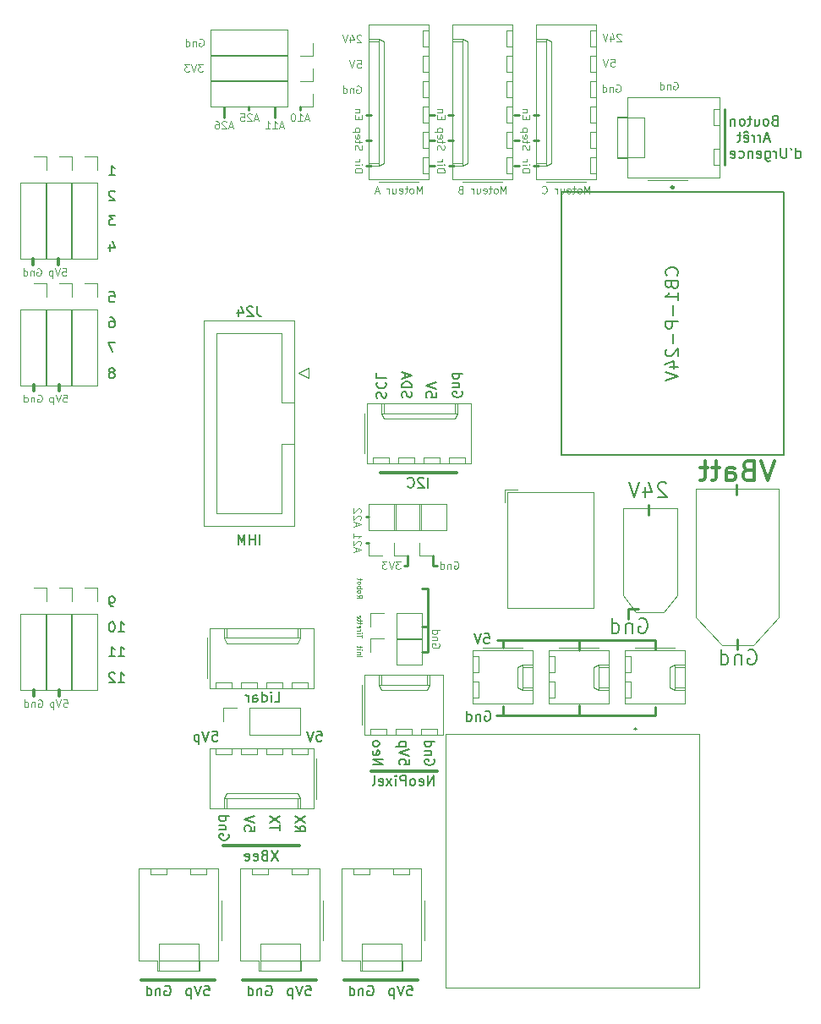
<source format=gbr>
%TF.GenerationSoftware,KiCad,Pcbnew,(6.0.0)*%
%TF.CreationDate,2022-01-02T01:39:18+01:00*%
%TF.ProjectId,mainBoard004,6d61696e-426f-4617-9264-3030342e6b69,rev?*%
%TF.SameCoordinates,Original*%
%TF.FileFunction,Legend,Bot*%
%TF.FilePolarity,Positive*%
%FSLAX46Y46*%
G04 Gerber Fmt 4.6, Leading zero omitted, Abs format (unit mm)*
G04 Created by KiCad (PCBNEW (6.0.0)) date 2022-01-02 01:39:18*
%MOMM*%
%LPD*%
G01*
G04 APERTURE LIST*
%ADD10C,0.120000*%
%ADD11C,0.250000*%
%ADD12C,0.200000*%
%ADD13C,0.300000*%
%ADD14C,0.150000*%
%ADD15C,0.100000*%
G04 APERTURE END LIST*
D10*
X151739142Y-52203000D02*
X151810571Y-52167285D01*
X151917714Y-52167285D01*
X152024857Y-52203000D01*
X152096285Y-52274428D01*
X152132000Y-52345857D01*
X152167714Y-52488714D01*
X152167714Y-52595857D01*
X152132000Y-52738714D01*
X152096285Y-52810142D01*
X152024857Y-52881571D01*
X151917714Y-52917285D01*
X151846285Y-52917285D01*
X151739142Y-52881571D01*
X151703428Y-52845857D01*
X151703428Y-52595857D01*
X151846285Y-52595857D01*
X151382000Y-52417285D02*
X151382000Y-52917285D01*
X151382000Y-52488714D02*
X151346285Y-52453000D01*
X151274857Y-52417285D01*
X151167714Y-52417285D01*
X151096285Y-52453000D01*
X151060571Y-52524428D01*
X151060571Y-52917285D01*
X150382000Y-52917285D02*
X150382000Y-52167285D01*
X150382000Y-52881571D02*
X150453428Y-52917285D01*
X150596285Y-52917285D01*
X150667714Y-52881571D01*
X150703428Y-52845857D01*
X150739142Y-52774428D01*
X150739142Y-52560142D01*
X150703428Y-52488714D01*
X150667714Y-52453000D01*
X150596285Y-52417285D01*
X150453428Y-52417285D01*
X150382000Y-52453000D01*
D11*
X156845000Y-60504000D02*
X156845000Y-54916000D01*
D12*
X161848047Y-56028571D02*
X161705190Y-56076190D01*
X161657571Y-56123809D01*
X161609952Y-56219047D01*
X161609952Y-56361904D01*
X161657571Y-56457142D01*
X161705190Y-56504761D01*
X161800428Y-56552380D01*
X162181380Y-56552380D01*
X162181380Y-55552380D01*
X161848047Y-55552380D01*
X161752809Y-55600000D01*
X161705190Y-55647619D01*
X161657571Y-55742857D01*
X161657571Y-55838095D01*
X161705190Y-55933333D01*
X161752809Y-55980952D01*
X161848047Y-56028571D01*
X162181380Y-56028571D01*
X161038523Y-56552380D02*
X161133761Y-56504761D01*
X161181380Y-56457142D01*
X161229000Y-56361904D01*
X161229000Y-56076190D01*
X161181380Y-55980952D01*
X161133761Y-55933333D01*
X161038523Y-55885714D01*
X160895666Y-55885714D01*
X160800428Y-55933333D01*
X160752809Y-55980952D01*
X160705190Y-56076190D01*
X160705190Y-56361904D01*
X160752809Y-56457142D01*
X160800428Y-56504761D01*
X160895666Y-56552380D01*
X161038523Y-56552380D01*
X159848047Y-55885714D02*
X159848047Y-56552380D01*
X160276619Y-55885714D02*
X160276619Y-56409523D01*
X160229000Y-56504761D01*
X160133761Y-56552380D01*
X159990904Y-56552380D01*
X159895666Y-56504761D01*
X159848047Y-56457142D01*
X159514714Y-55885714D02*
X159133761Y-55885714D01*
X159371857Y-55552380D02*
X159371857Y-56409523D01*
X159324238Y-56504761D01*
X159229000Y-56552380D01*
X159133761Y-56552380D01*
X158657571Y-56552380D02*
X158752809Y-56504761D01*
X158800428Y-56457142D01*
X158848047Y-56361904D01*
X158848047Y-56076190D01*
X158800428Y-55980952D01*
X158752809Y-55933333D01*
X158657571Y-55885714D01*
X158514714Y-55885714D01*
X158419476Y-55933333D01*
X158371857Y-55980952D01*
X158324238Y-56076190D01*
X158324238Y-56361904D01*
X158371857Y-56457142D01*
X158419476Y-56504761D01*
X158514714Y-56552380D01*
X158657571Y-56552380D01*
X157895666Y-55885714D02*
X157895666Y-56552380D01*
X157895666Y-55980952D02*
X157848047Y-55933333D01*
X157752809Y-55885714D01*
X157609952Y-55885714D01*
X157514714Y-55933333D01*
X157467095Y-56028571D01*
X157467095Y-56552380D01*
X161324238Y-57876666D02*
X160848047Y-57876666D01*
X161419476Y-58162380D02*
X161086142Y-57162380D01*
X160752809Y-58162380D01*
X160419476Y-58162380D02*
X160419476Y-57495714D01*
X160419476Y-57686190D02*
X160371857Y-57590952D01*
X160324238Y-57543333D01*
X160229000Y-57495714D01*
X160133761Y-57495714D01*
X159800428Y-58162380D02*
X159800428Y-57495714D01*
X159800428Y-57686190D02*
X159752809Y-57590952D01*
X159705190Y-57543333D01*
X159609952Y-57495714D01*
X159514714Y-57495714D01*
X158800428Y-58114761D02*
X158895666Y-58162380D01*
X159086142Y-58162380D01*
X159181380Y-58114761D01*
X159229000Y-58019523D01*
X159229000Y-57638571D01*
X159181380Y-57543333D01*
X159086142Y-57495714D01*
X158895666Y-57495714D01*
X158800428Y-57543333D01*
X158752809Y-57638571D01*
X158752809Y-57733809D01*
X159229000Y-57829047D01*
X159181380Y-57257619D02*
X158990904Y-57114761D01*
X158800428Y-57257619D01*
X158467095Y-57495714D02*
X158086142Y-57495714D01*
X158324238Y-57162380D02*
X158324238Y-58019523D01*
X158276619Y-58114761D01*
X158181380Y-58162380D01*
X158086142Y-58162380D01*
X163990904Y-59772380D02*
X163990904Y-58772380D01*
X163990904Y-59724761D02*
X164086142Y-59772380D01*
X164276619Y-59772380D01*
X164371857Y-59724761D01*
X164419476Y-59677142D01*
X164467095Y-59581904D01*
X164467095Y-59296190D01*
X164419476Y-59200952D01*
X164371857Y-59153333D01*
X164276619Y-59105714D01*
X164086142Y-59105714D01*
X163990904Y-59153333D01*
X163467095Y-58772380D02*
X163562333Y-58962857D01*
X163038523Y-58772380D02*
X163038523Y-59581904D01*
X162990904Y-59677142D01*
X162943285Y-59724761D01*
X162848047Y-59772380D01*
X162657571Y-59772380D01*
X162562333Y-59724761D01*
X162514714Y-59677142D01*
X162467095Y-59581904D01*
X162467095Y-58772380D01*
X161990904Y-59772380D02*
X161990904Y-59105714D01*
X161990904Y-59296190D02*
X161943285Y-59200952D01*
X161895666Y-59153333D01*
X161800428Y-59105714D01*
X161705190Y-59105714D01*
X160943285Y-59105714D02*
X160943285Y-59915238D01*
X160990904Y-60010476D01*
X161038523Y-60058095D01*
X161133761Y-60105714D01*
X161276619Y-60105714D01*
X161371857Y-60058095D01*
X160943285Y-59724761D02*
X161038523Y-59772380D01*
X161229000Y-59772380D01*
X161324238Y-59724761D01*
X161371857Y-59677142D01*
X161419476Y-59581904D01*
X161419476Y-59296190D01*
X161371857Y-59200952D01*
X161324238Y-59153333D01*
X161229000Y-59105714D01*
X161038523Y-59105714D01*
X160943285Y-59153333D01*
X160086142Y-59724761D02*
X160181380Y-59772380D01*
X160371857Y-59772380D01*
X160467095Y-59724761D01*
X160514714Y-59629523D01*
X160514714Y-59248571D01*
X160467095Y-59153333D01*
X160371857Y-59105714D01*
X160181380Y-59105714D01*
X160086142Y-59153333D01*
X160038523Y-59248571D01*
X160038523Y-59343809D01*
X160514714Y-59439047D01*
X159609952Y-59105714D02*
X159609952Y-59772380D01*
X159609952Y-59200952D02*
X159562333Y-59153333D01*
X159467095Y-59105714D01*
X159324238Y-59105714D01*
X159229000Y-59153333D01*
X159181380Y-59248571D01*
X159181380Y-59772380D01*
X158276619Y-59724761D02*
X158371857Y-59772380D01*
X158562333Y-59772380D01*
X158657571Y-59724761D01*
X158705190Y-59677142D01*
X158752809Y-59581904D01*
X158752809Y-59296190D01*
X158705190Y-59200952D01*
X158657571Y-59153333D01*
X158562333Y-59105714D01*
X158371857Y-59105714D01*
X158276619Y-59153333D01*
X157467095Y-59724761D02*
X157562333Y-59772380D01*
X157752809Y-59772380D01*
X157848047Y-59724761D01*
X157895666Y-59629523D01*
X157895666Y-59248571D01*
X157848047Y-59153333D01*
X157752809Y-59105714D01*
X157562333Y-59105714D01*
X157467095Y-59153333D01*
X157419476Y-59248571D01*
X157419476Y-59343809D01*
X157895666Y-59439047D01*
D11*
X157988000Y-92456000D02*
X157988000Y-93472000D01*
X149225000Y-94488000D02*
X149225000Y-95504000D01*
X158115000Y-107950000D02*
X158115000Y-108966000D01*
X147193000Y-104902000D02*
X148209000Y-104902000D01*
X147193000Y-104902000D02*
X147193000Y-105918000D01*
D12*
X151010714Y-92412428D02*
X150939285Y-92341000D01*
X150796428Y-92269571D01*
X150439285Y-92269571D01*
X150296428Y-92341000D01*
X150225000Y-92412428D01*
X150153571Y-92555285D01*
X150153571Y-92698142D01*
X150225000Y-92912428D01*
X151082142Y-93769571D01*
X150153571Y-93769571D01*
X148867857Y-92769571D02*
X148867857Y-93769571D01*
X149225000Y-92198142D02*
X149582142Y-93269571D01*
X148653571Y-93269571D01*
X148296428Y-92269571D02*
X147796428Y-93769571D01*
X147296428Y-92269571D01*
X148284285Y-105930000D02*
X148427142Y-105858571D01*
X148641428Y-105858571D01*
X148855714Y-105930000D01*
X148998571Y-106072857D01*
X149070000Y-106215714D01*
X149141428Y-106501428D01*
X149141428Y-106715714D01*
X149070000Y-107001428D01*
X148998571Y-107144285D01*
X148855714Y-107287142D01*
X148641428Y-107358571D01*
X148498571Y-107358571D01*
X148284285Y-107287142D01*
X148212857Y-107215714D01*
X148212857Y-106715714D01*
X148498571Y-106715714D01*
X147570000Y-106358571D02*
X147570000Y-107358571D01*
X147570000Y-106501428D02*
X147498571Y-106430000D01*
X147355714Y-106358571D01*
X147141428Y-106358571D01*
X146998571Y-106430000D01*
X146927142Y-106572857D01*
X146927142Y-107358571D01*
X145570000Y-107358571D02*
X145570000Y-105858571D01*
X145570000Y-107287142D02*
X145712857Y-107358571D01*
X145998571Y-107358571D01*
X146141428Y-107287142D01*
X146212857Y-107215714D01*
X146284285Y-107072857D01*
X146284285Y-106644285D01*
X146212857Y-106501428D01*
X146141428Y-106430000D01*
X145998571Y-106358571D01*
X145712857Y-106358571D01*
X145570000Y-106430000D01*
X159206285Y-109105000D02*
X159349142Y-109033571D01*
X159563428Y-109033571D01*
X159777714Y-109105000D01*
X159920571Y-109247857D01*
X159992000Y-109390714D01*
X160063428Y-109676428D01*
X160063428Y-109890714D01*
X159992000Y-110176428D01*
X159920571Y-110319285D01*
X159777714Y-110462142D01*
X159563428Y-110533571D01*
X159420571Y-110533571D01*
X159206285Y-110462142D01*
X159134857Y-110390714D01*
X159134857Y-109890714D01*
X159420571Y-109890714D01*
X158492000Y-109533571D02*
X158492000Y-110533571D01*
X158492000Y-109676428D02*
X158420571Y-109605000D01*
X158277714Y-109533571D01*
X158063428Y-109533571D01*
X157920571Y-109605000D01*
X157849142Y-109747857D01*
X157849142Y-110533571D01*
X156492000Y-110533571D02*
X156492000Y-109033571D01*
X156492000Y-110462142D02*
X156634857Y-110533571D01*
X156920571Y-110533571D01*
X157063428Y-110462142D01*
X157134857Y-110390714D01*
X157206285Y-110247857D01*
X157206285Y-109819285D01*
X157134857Y-109676428D01*
X157063428Y-109605000D01*
X156920571Y-109533571D01*
X156634857Y-109533571D01*
X156492000Y-109605000D01*
D13*
X161829285Y-90090761D02*
X161162619Y-92090761D01*
X160495952Y-90090761D01*
X159162619Y-91043142D02*
X158876904Y-91138380D01*
X158781666Y-91233619D01*
X158686428Y-91424095D01*
X158686428Y-91709809D01*
X158781666Y-91900285D01*
X158876904Y-91995523D01*
X159067380Y-92090761D01*
X159829285Y-92090761D01*
X159829285Y-90090761D01*
X159162619Y-90090761D01*
X158972142Y-90186000D01*
X158876904Y-90281238D01*
X158781666Y-90471714D01*
X158781666Y-90662190D01*
X158876904Y-90852666D01*
X158972142Y-90947904D01*
X159162619Y-91043142D01*
X159829285Y-91043142D01*
X156972142Y-92090761D02*
X156972142Y-91043142D01*
X157067380Y-90852666D01*
X157257857Y-90757428D01*
X157638809Y-90757428D01*
X157829285Y-90852666D01*
X156972142Y-91995523D02*
X157162619Y-92090761D01*
X157638809Y-92090761D01*
X157829285Y-91995523D01*
X157924523Y-91805047D01*
X157924523Y-91614571D01*
X157829285Y-91424095D01*
X157638809Y-91328857D01*
X157162619Y-91328857D01*
X156972142Y-91233619D01*
X156305476Y-90757428D02*
X155543571Y-90757428D01*
X156019761Y-90090761D02*
X156019761Y-91805047D01*
X155924523Y-91995523D01*
X155734047Y-92090761D01*
X155543571Y-92090761D01*
X155162619Y-90757428D02*
X154400714Y-90757428D01*
X154876904Y-90090761D02*
X154876904Y-91805047D01*
X154781666Y-91995523D01*
X154591190Y-92090761D01*
X154400714Y-92090761D01*
D11*
X120904000Y-98298000D02*
X121225000Y-98298000D01*
D10*
X119890000Y-99190857D02*
X119890000Y-98833714D01*
X119675714Y-99262285D02*
X120425714Y-99012285D01*
X119675714Y-98762285D01*
X120354285Y-98548000D02*
X120390000Y-98512285D01*
X120425714Y-98440857D01*
X120425714Y-98262285D01*
X120390000Y-98190857D01*
X120354285Y-98155142D01*
X120282857Y-98119428D01*
X120211428Y-98119428D01*
X120104285Y-98155142D01*
X119675714Y-98583714D01*
X119675714Y-98119428D01*
X119675714Y-97405142D02*
X119675714Y-97833714D01*
X119675714Y-97619428D02*
X120425714Y-97619428D01*
X120318571Y-97690857D01*
X120247142Y-97762285D01*
X120211428Y-97833714D01*
X119890000Y-96650857D02*
X119890000Y-96293714D01*
X119675714Y-96722285D02*
X120425714Y-96472285D01*
X119675714Y-96222285D01*
X120354285Y-96008000D02*
X120390000Y-95972285D01*
X120425714Y-95900857D01*
X120425714Y-95722285D01*
X120390000Y-95650857D01*
X120354285Y-95615142D01*
X120282857Y-95579428D01*
X120211428Y-95579428D01*
X120104285Y-95615142D01*
X119675714Y-96043714D01*
X119675714Y-95579428D01*
X120354285Y-95293714D02*
X120390000Y-95258000D01*
X120425714Y-95186571D01*
X120425714Y-95008000D01*
X120390000Y-94936571D01*
X120354285Y-94900857D01*
X120282857Y-94865142D01*
X120211428Y-94865142D01*
X120104285Y-94900857D01*
X119675714Y-95329428D01*
X119675714Y-94865142D01*
D11*
X120904000Y-95728000D02*
X121225000Y-95728000D01*
X114300000Y-54670000D02*
X114300000Y-54991000D01*
X109190000Y-54670000D02*
X109190000Y-54991000D01*
X106680000Y-54737000D02*
X106680000Y-55753000D01*
X111760000Y-54737000D02*
X111760000Y-55753000D01*
D10*
X107572857Y-56640000D02*
X107215714Y-56640000D01*
X107644285Y-56854285D02*
X107394285Y-56104285D01*
X107144285Y-56854285D01*
X106930000Y-56175714D02*
X106894285Y-56140000D01*
X106822857Y-56104285D01*
X106644285Y-56104285D01*
X106572857Y-56140000D01*
X106537142Y-56175714D01*
X106501428Y-56247142D01*
X106501428Y-56318571D01*
X106537142Y-56425714D01*
X106965714Y-56854285D01*
X106501428Y-56854285D01*
X105858571Y-56104285D02*
X106001428Y-56104285D01*
X106072857Y-56140000D01*
X106108571Y-56175714D01*
X106180000Y-56282857D01*
X106215714Y-56425714D01*
X106215714Y-56711428D01*
X106180000Y-56782857D01*
X106144285Y-56818571D01*
X106072857Y-56854285D01*
X105930000Y-56854285D01*
X105858571Y-56818571D01*
X105822857Y-56782857D01*
X105787142Y-56711428D01*
X105787142Y-56532857D01*
X105822857Y-56461428D01*
X105858571Y-56425714D01*
X105930000Y-56390000D01*
X106072857Y-56390000D01*
X106144285Y-56425714D01*
X106180000Y-56461428D01*
X106215714Y-56532857D01*
X110112857Y-55878000D02*
X109755714Y-55878000D01*
X110184285Y-56092285D02*
X109934285Y-55342285D01*
X109684285Y-56092285D01*
X109470000Y-55413714D02*
X109434285Y-55378000D01*
X109362857Y-55342285D01*
X109184285Y-55342285D01*
X109112857Y-55378000D01*
X109077142Y-55413714D01*
X109041428Y-55485142D01*
X109041428Y-55556571D01*
X109077142Y-55663714D01*
X109505714Y-56092285D01*
X109041428Y-56092285D01*
X108362857Y-55342285D02*
X108720000Y-55342285D01*
X108755714Y-55699428D01*
X108720000Y-55663714D01*
X108648571Y-55628000D01*
X108470000Y-55628000D01*
X108398571Y-55663714D01*
X108362857Y-55699428D01*
X108327142Y-55770857D01*
X108327142Y-55949428D01*
X108362857Y-56020857D01*
X108398571Y-56056571D01*
X108470000Y-56092285D01*
X108648571Y-56092285D01*
X108720000Y-56056571D01*
X108755714Y-56020857D01*
X112652857Y-56640000D02*
X112295714Y-56640000D01*
X112724285Y-56854285D02*
X112474285Y-56104285D01*
X112224285Y-56854285D01*
X111581428Y-56854285D02*
X112010000Y-56854285D01*
X111795714Y-56854285D02*
X111795714Y-56104285D01*
X111867142Y-56211428D01*
X111938571Y-56282857D01*
X112010000Y-56318571D01*
X110867142Y-56854285D02*
X111295714Y-56854285D01*
X111081428Y-56854285D02*
X111081428Y-56104285D01*
X111152857Y-56211428D01*
X111224285Y-56282857D01*
X111295714Y-56318571D01*
X115192857Y-55878000D02*
X114835714Y-55878000D01*
X115264285Y-56092285D02*
X115014285Y-55342285D01*
X114764285Y-56092285D01*
X114121428Y-56092285D02*
X114550000Y-56092285D01*
X114335714Y-56092285D02*
X114335714Y-55342285D01*
X114407142Y-55449428D01*
X114478571Y-55520857D01*
X114550000Y-55556571D01*
X113657142Y-55342285D02*
X113585714Y-55342285D01*
X113514285Y-55378000D01*
X113478571Y-55413714D01*
X113442857Y-55485142D01*
X113407142Y-55628000D01*
X113407142Y-55806571D01*
X113442857Y-55949428D01*
X113478571Y-56020857D01*
X113514285Y-56056571D01*
X113585714Y-56092285D01*
X113657142Y-56092285D01*
X113728571Y-56056571D01*
X113764285Y-56020857D01*
X113800000Y-55949428D01*
X113835714Y-55806571D01*
X113835714Y-55628000D01*
X113800000Y-55485142D01*
X113764285Y-55413714D01*
X113728571Y-55378000D01*
X113657142Y-55342285D01*
X104589857Y-50389285D02*
X104125571Y-50389285D01*
X104375571Y-50675000D01*
X104268428Y-50675000D01*
X104197000Y-50710714D01*
X104161285Y-50746428D01*
X104125571Y-50817857D01*
X104125571Y-50996428D01*
X104161285Y-51067857D01*
X104197000Y-51103571D01*
X104268428Y-51139285D01*
X104482714Y-51139285D01*
X104554142Y-51103571D01*
X104589857Y-51067857D01*
X103911285Y-50389285D02*
X103661285Y-51139285D01*
X103411285Y-50389285D01*
X103232714Y-50389285D02*
X102768428Y-50389285D01*
X103018428Y-50675000D01*
X102911285Y-50675000D01*
X102839857Y-50710714D01*
X102804142Y-50746428D01*
X102768428Y-50817857D01*
X102768428Y-50996428D01*
X102804142Y-51067857D01*
X102839857Y-51103571D01*
X102911285Y-51139285D01*
X103125571Y-51139285D01*
X103197000Y-51103571D01*
X103232714Y-51067857D01*
X104252571Y-47885000D02*
X104324000Y-47849285D01*
X104431142Y-47849285D01*
X104538285Y-47885000D01*
X104609714Y-47956428D01*
X104645428Y-48027857D01*
X104681142Y-48170714D01*
X104681142Y-48277857D01*
X104645428Y-48420714D01*
X104609714Y-48492142D01*
X104538285Y-48563571D01*
X104431142Y-48599285D01*
X104359714Y-48599285D01*
X104252571Y-48563571D01*
X104216857Y-48527857D01*
X104216857Y-48277857D01*
X104359714Y-48277857D01*
X103895428Y-48099285D02*
X103895428Y-48599285D01*
X103895428Y-48170714D02*
X103859714Y-48135000D01*
X103788285Y-48099285D01*
X103681142Y-48099285D01*
X103609714Y-48135000D01*
X103574000Y-48206428D01*
X103574000Y-48599285D01*
X102895428Y-48599285D02*
X102895428Y-47849285D01*
X102895428Y-48563571D02*
X102966857Y-48599285D01*
X103109714Y-48599285D01*
X103181142Y-48563571D01*
X103216857Y-48527857D01*
X103252571Y-48456428D01*
X103252571Y-48242142D01*
X103216857Y-48170714D01*
X103181142Y-48135000D01*
X103109714Y-48099285D01*
X102966857Y-48099285D01*
X102895428Y-48135000D01*
D14*
X110315238Y-98496380D02*
X110315238Y-97496380D01*
X109839047Y-98496380D02*
X109839047Y-97496380D01*
X109839047Y-97972571D02*
X109267619Y-97972571D01*
X109267619Y-98496380D02*
X109267619Y-97496380D01*
X108791428Y-98496380D02*
X108791428Y-97496380D01*
X108458095Y-98210666D01*
X108124761Y-97496380D01*
X108124761Y-98496380D01*
X104730857Y-142651380D02*
X105207047Y-142651380D01*
X105254666Y-143127571D01*
X105207047Y-143079952D01*
X105111809Y-143032333D01*
X104873714Y-143032333D01*
X104778476Y-143079952D01*
X104730857Y-143127571D01*
X104683238Y-143222809D01*
X104683238Y-143460904D01*
X104730857Y-143556142D01*
X104778476Y-143603761D01*
X104873714Y-143651380D01*
X105111809Y-143651380D01*
X105207047Y-143603761D01*
X105254666Y-143556142D01*
X104397523Y-142651380D02*
X104064190Y-143651380D01*
X103730857Y-142651380D01*
X103397523Y-142984714D02*
X103397523Y-143984714D01*
X103397523Y-143032333D02*
X103302285Y-142984714D01*
X103111809Y-142984714D01*
X103016571Y-143032333D01*
X102968952Y-143079952D01*
X102921333Y-143175190D01*
X102921333Y-143460904D01*
X102968952Y-143556142D01*
X103016571Y-143603761D01*
X103111809Y-143651380D01*
X103302285Y-143651380D01*
X103397523Y-143603761D01*
X100793857Y-142699000D02*
X100889095Y-142651380D01*
X101031952Y-142651380D01*
X101174809Y-142699000D01*
X101270047Y-142794238D01*
X101317666Y-142889476D01*
X101365285Y-143079952D01*
X101365285Y-143222809D01*
X101317666Y-143413285D01*
X101270047Y-143508523D01*
X101174809Y-143603761D01*
X101031952Y-143651380D01*
X100936714Y-143651380D01*
X100793857Y-143603761D01*
X100746238Y-143556142D01*
X100746238Y-143222809D01*
X100936714Y-143222809D01*
X100317666Y-142984714D02*
X100317666Y-143651380D01*
X100317666Y-143079952D02*
X100270047Y-143032333D01*
X100174809Y-142984714D01*
X100031952Y-142984714D01*
X99936714Y-143032333D01*
X99889095Y-143127571D01*
X99889095Y-143651380D01*
X98984333Y-143651380D02*
X98984333Y-142651380D01*
X98984333Y-143603761D02*
X99079571Y-143651380D01*
X99270047Y-143651380D01*
X99365285Y-143603761D01*
X99412904Y-143556142D01*
X99460523Y-143460904D01*
X99460523Y-143175190D01*
X99412904Y-143079952D01*
X99365285Y-143032333D01*
X99270047Y-142984714D01*
X99079571Y-142984714D01*
X98984333Y-143032333D01*
D13*
X98425000Y-142113000D02*
X105791000Y-142113000D01*
D14*
X125050857Y-142651380D02*
X125527047Y-142651380D01*
X125574666Y-143127571D01*
X125527047Y-143079952D01*
X125431809Y-143032333D01*
X125193714Y-143032333D01*
X125098476Y-143079952D01*
X125050857Y-143127571D01*
X125003238Y-143222809D01*
X125003238Y-143460904D01*
X125050857Y-143556142D01*
X125098476Y-143603761D01*
X125193714Y-143651380D01*
X125431809Y-143651380D01*
X125527047Y-143603761D01*
X125574666Y-143556142D01*
X124717523Y-142651380D02*
X124384190Y-143651380D01*
X124050857Y-142651380D01*
X123717523Y-142984714D02*
X123717523Y-143984714D01*
X123717523Y-143032333D02*
X123622285Y-142984714D01*
X123431809Y-142984714D01*
X123336571Y-143032333D01*
X123288952Y-143079952D01*
X123241333Y-143175190D01*
X123241333Y-143460904D01*
X123288952Y-143556142D01*
X123336571Y-143603761D01*
X123431809Y-143651380D01*
X123622285Y-143651380D01*
X123717523Y-143603761D01*
X121113857Y-142699000D02*
X121209095Y-142651380D01*
X121351952Y-142651380D01*
X121494809Y-142699000D01*
X121590047Y-142794238D01*
X121637666Y-142889476D01*
X121685285Y-143079952D01*
X121685285Y-143222809D01*
X121637666Y-143413285D01*
X121590047Y-143508523D01*
X121494809Y-143603761D01*
X121351952Y-143651380D01*
X121256714Y-143651380D01*
X121113857Y-143603761D01*
X121066238Y-143556142D01*
X121066238Y-143222809D01*
X121256714Y-143222809D01*
X120637666Y-142984714D02*
X120637666Y-143651380D01*
X120637666Y-143079952D02*
X120590047Y-143032333D01*
X120494809Y-142984714D01*
X120351952Y-142984714D01*
X120256714Y-143032333D01*
X120209095Y-143127571D01*
X120209095Y-143651380D01*
X119304333Y-143651380D02*
X119304333Y-142651380D01*
X119304333Y-143603761D02*
X119399571Y-143651380D01*
X119590047Y-143651380D01*
X119685285Y-143603761D01*
X119732904Y-143556142D01*
X119780523Y-143460904D01*
X119780523Y-143175190D01*
X119732904Y-143079952D01*
X119685285Y-143032333D01*
X119590047Y-142984714D01*
X119399571Y-142984714D01*
X119304333Y-143032333D01*
D13*
X118745000Y-142113000D02*
X126111000Y-142113000D01*
D14*
X114890857Y-142651380D02*
X115367047Y-142651380D01*
X115414666Y-143127571D01*
X115367047Y-143079952D01*
X115271809Y-143032333D01*
X115033714Y-143032333D01*
X114938476Y-143079952D01*
X114890857Y-143127571D01*
X114843238Y-143222809D01*
X114843238Y-143460904D01*
X114890857Y-143556142D01*
X114938476Y-143603761D01*
X115033714Y-143651380D01*
X115271809Y-143651380D01*
X115367047Y-143603761D01*
X115414666Y-143556142D01*
X114557523Y-142651380D02*
X114224190Y-143651380D01*
X113890857Y-142651380D01*
X113557523Y-142984714D02*
X113557523Y-143984714D01*
X113557523Y-143032333D02*
X113462285Y-142984714D01*
X113271809Y-142984714D01*
X113176571Y-143032333D01*
X113128952Y-143079952D01*
X113081333Y-143175190D01*
X113081333Y-143460904D01*
X113128952Y-143556142D01*
X113176571Y-143603761D01*
X113271809Y-143651380D01*
X113462285Y-143651380D01*
X113557523Y-143603761D01*
X110953857Y-142699000D02*
X111049095Y-142651380D01*
X111191952Y-142651380D01*
X111334809Y-142699000D01*
X111430047Y-142794238D01*
X111477666Y-142889476D01*
X111525285Y-143079952D01*
X111525285Y-143222809D01*
X111477666Y-143413285D01*
X111430047Y-143508523D01*
X111334809Y-143603761D01*
X111191952Y-143651380D01*
X111096714Y-143651380D01*
X110953857Y-143603761D01*
X110906238Y-143556142D01*
X110906238Y-143222809D01*
X111096714Y-143222809D01*
X110477666Y-142984714D02*
X110477666Y-143651380D01*
X110477666Y-143079952D02*
X110430047Y-143032333D01*
X110334809Y-142984714D01*
X110191952Y-142984714D01*
X110096714Y-143032333D01*
X110049095Y-143127571D01*
X110049095Y-143651380D01*
X109144333Y-143651380D02*
X109144333Y-142651380D01*
X109144333Y-143603761D02*
X109239571Y-143651380D01*
X109430047Y-143651380D01*
X109525285Y-143603761D01*
X109572904Y-143556142D01*
X109620523Y-143460904D01*
X109620523Y-143175190D01*
X109572904Y-143079952D01*
X109525285Y-143032333D01*
X109430047Y-142984714D01*
X109239571Y-142984714D01*
X109144333Y-143032333D01*
D13*
X108585000Y-142113000D02*
X115951000Y-142113000D01*
D14*
X105544857Y-117181380D02*
X106021047Y-117181380D01*
X106068666Y-117657571D01*
X106021047Y-117609952D01*
X105925809Y-117562333D01*
X105687714Y-117562333D01*
X105592476Y-117609952D01*
X105544857Y-117657571D01*
X105497238Y-117752809D01*
X105497238Y-117990904D01*
X105544857Y-118086142D01*
X105592476Y-118133761D01*
X105687714Y-118181380D01*
X105925809Y-118181380D01*
X106021047Y-118133761D01*
X106068666Y-118086142D01*
X105211523Y-117181380D02*
X104878190Y-118181380D01*
X104544857Y-117181380D01*
X104211523Y-117514714D02*
X104211523Y-118514714D01*
X104211523Y-117562333D02*
X104116285Y-117514714D01*
X103925809Y-117514714D01*
X103830571Y-117562333D01*
X103782952Y-117609952D01*
X103735333Y-117705190D01*
X103735333Y-117990904D01*
X103782952Y-118086142D01*
X103830571Y-118133761D01*
X103925809Y-118181380D01*
X104116285Y-118181380D01*
X104211523Y-118133761D01*
X116014476Y-117181380D02*
X116490666Y-117181380D01*
X116538285Y-117657571D01*
X116490666Y-117609952D01*
X116395428Y-117562333D01*
X116157333Y-117562333D01*
X116062095Y-117609952D01*
X116014476Y-117657571D01*
X115966857Y-117752809D01*
X115966857Y-117990904D01*
X116014476Y-118086142D01*
X116062095Y-118133761D01*
X116157333Y-118181380D01*
X116395428Y-118181380D01*
X116490666Y-118133761D01*
X116538285Y-118086142D01*
X115681142Y-117181380D02*
X115347809Y-118181380D01*
X115014476Y-117181380D01*
X111759857Y-114244380D02*
X112236047Y-114244380D01*
X112236047Y-113244380D01*
X111426523Y-114244380D02*
X111426523Y-113577714D01*
X111426523Y-113244380D02*
X111474142Y-113292000D01*
X111426523Y-113339619D01*
X111378904Y-113292000D01*
X111426523Y-113244380D01*
X111426523Y-113339619D01*
X110521761Y-114244380D02*
X110521761Y-113244380D01*
X110521761Y-114196761D02*
X110617000Y-114244380D01*
X110807476Y-114244380D01*
X110902714Y-114196761D01*
X110950333Y-114149142D01*
X110997952Y-114053904D01*
X110997952Y-113768190D01*
X110950333Y-113672952D01*
X110902714Y-113625333D01*
X110807476Y-113577714D01*
X110617000Y-113577714D01*
X110521761Y-113625333D01*
X109617000Y-114244380D02*
X109617000Y-113720571D01*
X109664619Y-113625333D01*
X109759857Y-113577714D01*
X109950333Y-113577714D01*
X110045571Y-113625333D01*
X109617000Y-114196761D02*
X109712238Y-114244380D01*
X109950333Y-114244380D01*
X110045571Y-114196761D01*
X110093190Y-114101523D01*
X110093190Y-114006285D01*
X110045571Y-113911047D01*
X109950333Y-113863428D01*
X109712238Y-113863428D01*
X109617000Y-113815809D01*
X109140809Y-114244380D02*
X109140809Y-113577714D01*
X109140809Y-113768190D02*
X109093190Y-113672952D01*
X109045571Y-113625333D01*
X108950333Y-113577714D01*
X108855095Y-113577714D01*
D13*
X106665152Y-128596089D02*
X114285152Y-128596089D01*
D14*
X112120058Y-129119380D02*
X111453391Y-130119380D01*
X111453391Y-129119380D02*
X112120058Y-130119380D01*
X110739105Y-129595571D02*
X110596248Y-129643190D01*
X110548629Y-129690809D01*
X110501010Y-129786047D01*
X110501010Y-129928904D01*
X110548629Y-130024142D01*
X110596248Y-130071761D01*
X110691486Y-130119380D01*
X111072439Y-130119380D01*
X111072439Y-129119380D01*
X110739105Y-129119380D01*
X110643867Y-129167000D01*
X110596248Y-129214619D01*
X110548629Y-129309857D01*
X110548629Y-129405095D01*
X110596248Y-129500333D01*
X110643867Y-129547952D01*
X110739105Y-129595571D01*
X111072439Y-129595571D01*
X109691486Y-130071761D02*
X109786724Y-130119380D01*
X109977201Y-130119380D01*
X110072439Y-130071761D01*
X110120058Y-129976523D01*
X110120058Y-129595571D01*
X110072439Y-129500333D01*
X109977201Y-129452714D01*
X109786724Y-129452714D01*
X109691486Y-129500333D01*
X109643867Y-129595571D01*
X109643867Y-129690809D01*
X110120058Y-129786047D01*
X108834343Y-130071761D02*
X108929582Y-130119380D01*
X109120058Y-130119380D01*
X109215296Y-130071761D01*
X109262915Y-129976523D01*
X109262915Y-129595571D01*
X109215296Y-129500333D01*
X109120058Y-129452714D01*
X108929582Y-129452714D01*
X108834343Y-129500333D01*
X108786724Y-129595571D01*
X108786724Y-129690809D01*
X109262915Y-129786047D01*
X107180000Y-127515857D02*
X107227619Y-127611095D01*
X107227619Y-127753952D01*
X107180000Y-127896809D01*
X107084761Y-127992047D01*
X106989523Y-128039666D01*
X106799047Y-128087285D01*
X106656190Y-128087285D01*
X106465714Y-128039666D01*
X106370476Y-127992047D01*
X106275238Y-127896809D01*
X106227619Y-127753952D01*
X106227619Y-127658714D01*
X106275238Y-127515857D01*
X106322857Y-127468238D01*
X106656190Y-127468238D01*
X106656190Y-127658714D01*
X106894285Y-127039666D02*
X106227619Y-127039666D01*
X106799047Y-127039666D02*
X106846666Y-126992047D01*
X106894285Y-126896809D01*
X106894285Y-126753952D01*
X106846666Y-126658714D01*
X106751428Y-126611095D01*
X106227619Y-126611095D01*
X106227619Y-125706333D02*
X107227619Y-125706333D01*
X106275238Y-125706333D02*
X106227619Y-125801571D01*
X106227619Y-125992047D01*
X106275238Y-126087285D01*
X106322857Y-126134904D01*
X106418095Y-126182523D01*
X106703809Y-126182523D01*
X106799047Y-126134904D01*
X106846666Y-126087285D01*
X106894285Y-125992047D01*
X106894285Y-125801571D01*
X106846666Y-125706333D01*
X113847619Y-126658666D02*
X114323809Y-126992000D01*
X113847619Y-127230095D02*
X114847619Y-127230095D01*
X114847619Y-126849142D01*
X114800000Y-126753904D01*
X114752380Y-126706285D01*
X114657142Y-126658666D01*
X114514285Y-126658666D01*
X114419047Y-126706285D01*
X114371428Y-126753904D01*
X114323809Y-126849142D01*
X114323809Y-127230095D01*
X114847619Y-126325333D02*
X113847619Y-125658666D01*
X114847619Y-125658666D02*
X113847619Y-126325333D01*
X109767619Y-126682476D02*
X109767619Y-127158666D01*
X109291428Y-127206285D01*
X109339047Y-127158666D01*
X109386666Y-127063428D01*
X109386666Y-126825333D01*
X109339047Y-126730095D01*
X109291428Y-126682476D01*
X109196190Y-126634857D01*
X108958095Y-126634857D01*
X108862857Y-126682476D01*
X108815238Y-126730095D01*
X108767619Y-126825333D01*
X108767619Y-127063428D01*
X108815238Y-127158666D01*
X108862857Y-127206285D01*
X109767619Y-126349142D02*
X108767619Y-126015809D01*
X109767619Y-125682476D01*
X112307619Y-127126904D02*
X112307619Y-126555476D01*
X111307619Y-126841190D02*
X112307619Y-126841190D01*
X112307619Y-126317380D02*
X111307619Y-125650714D01*
X112307619Y-125650714D02*
X111307619Y-126317380D01*
D11*
X134620000Y-115570000D02*
X134620000Y-114681000D01*
X142240000Y-115570000D02*
X142240000Y-114554000D01*
X149860000Y-115570000D02*
X149860000Y-114791000D01*
X133985000Y-115570000D02*
X149860000Y-115570000D01*
X149923500Y-108077000D02*
X149923500Y-108966000D01*
X142303500Y-108077000D02*
X142303500Y-109093000D01*
X134683500Y-108077000D02*
X134683500Y-108856000D01*
X149923500Y-108077000D02*
X134048500Y-108077000D01*
D14*
X132778476Y-107402380D02*
X133254666Y-107402380D01*
X133302285Y-107878571D01*
X133254666Y-107830952D01*
X133159428Y-107783333D01*
X132921333Y-107783333D01*
X132826095Y-107830952D01*
X132778476Y-107878571D01*
X132730857Y-107973809D01*
X132730857Y-108211904D01*
X132778476Y-108307142D01*
X132826095Y-108354761D01*
X132921333Y-108402380D01*
X133159428Y-108402380D01*
X133254666Y-108354761D01*
X133302285Y-108307142D01*
X132445142Y-107402380D02*
X132111809Y-108402380D01*
X131778476Y-107402380D01*
X132849857Y-115197000D02*
X132945095Y-115149380D01*
X133087952Y-115149380D01*
X133230809Y-115197000D01*
X133326047Y-115292238D01*
X133373666Y-115387476D01*
X133421285Y-115577952D01*
X133421285Y-115720809D01*
X133373666Y-115911285D01*
X133326047Y-116006523D01*
X133230809Y-116101761D01*
X133087952Y-116149380D01*
X132992714Y-116149380D01*
X132849857Y-116101761D01*
X132802238Y-116054142D01*
X132802238Y-115720809D01*
X132992714Y-115720809D01*
X132373666Y-115482714D02*
X132373666Y-116149380D01*
X132373666Y-115577952D02*
X132326047Y-115530333D01*
X132230809Y-115482714D01*
X132087952Y-115482714D01*
X131992714Y-115530333D01*
X131945095Y-115625571D01*
X131945095Y-116149380D01*
X131040333Y-116149380D02*
X131040333Y-115149380D01*
X131040333Y-116101761D02*
X131135571Y-116149380D01*
X131326047Y-116149380D01*
X131421285Y-116101761D01*
X131468904Y-116054142D01*
X131516523Y-115958904D01*
X131516523Y-115673190D01*
X131468904Y-115577952D01*
X131421285Y-115530333D01*
X131326047Y-115482714D01*
X131135571Y-115482714D01*
X131040333Y-115530333D01*
X125261619Y-120022857D02*
X125261619Y-120499047D01*
X124785428Y-120546666D01*
X124833047Y-120499047D01*
X124880666Y-120403809D01*
X124880666Y-120165714D01*
X124833047Y-120070476D01*
X124785428Y-120022857D01*
X124690190Y-119975238D01*
X124452095Y-119975238D01*
X124356857Y-120022857D01*
X124309238Y-120070476D01*
X124261619Y-120165714D01*
X124261619Y-120403809D01*
X124309238Y-120499047D01*
X124356857Y-120546666D01*
X125261619Y-119689523D02*
X124261619Y-119356190D01*
X125261619Y-119022857D01*
X124928285Y-118689523D02*
X123928285Y-118689523D01*
X124880666Y-118689523D02*
X124928285Y-118594285D01*
X124928285Y-118403809D01*
X124880666Y-118308571D01*
X124833047Y-118260952D01*
X124737809Y-118213333D01*
X124452095Y-118213333D01*
X124356857Y-118260952D01*
X124309238Y-118308571D01*
X124261619Y-118403809D01*
X124261619Y-118594285D01*
X124309238Y-118689523D01*
X121594619Y-120546666D02*
X122594619Y-120546666D01*
X121594619Y-119975238D01*
X122594619Y-119975238D01*
X121642238Y-119118095D02*
X121594619Y-119213333D01*
X121594619Y-119403809D01*
X121642238Y-119499047D01*
X121737476Y-119546666D01*
X122118428Y-119546666D01*
X122213666Y-119499047D01*
X122261285Y-119403809D01*
X122261285Y-119213333D01*
X122213666Y-119118095D01*
X122118428Y-119070476D01*
X122023190Y-119070476D01*
X121927952Y-119546666D01*
X121594619Y-118499047D02*
X121642238Y-118594285D01*
X121689857Y-118641904D01*
X121785095Y-118689523D01*
X122070809Y-118689523D01*
X122166047Y-118641904D01*
X122213666Y-118594285D01*
X122261285Y-118499047D01*
X122261285Y-118356190D01*
X122213666Y-118260952D01*
X122166047Y-118213333D01*
X122070809Y-118165714D01*
X121785095Y-118165714D01*
X121689857Y-118213333D01*
X121642238Y-118260952D01*
X121594619Y-118356190D01*
X121594619Y-118499047D01*
X127754000Y-120022857D02*
X127801619Y-120118095D01*
X127801619Y-120260952D01*
X127754000Y-120403809D01*
X127658761Y-120499047D01*
X127563523Y-120546666D01*
X127373047Y-120594285D01*
X127230190Y-120594285D01*
X127039714Y-120546666D01*
X126944476Y-120499047D01*
X126849238Y-120403809D01*
X126801619Y-120260952D01*
X126801619Y-120165714D01*
X126849238Y-120022857D01*
X126896857Y-119975238D01*
X127230190Y-119975238D01*
X127230190Y-120165714D01*
X127468285Y-119546666D02*
X126801619Y-119546666D01*
X127373047Y-119546666D02*
X127420666Y-119499047D01*
X127468285Y-119403809D01*
X127468285Y-119260952D01*
X127420666Y-119165714D01*
X127325428Y-119118095D01*
X126801619Y-119118095D01*
X126801619Y-118213333D02*
X127801619Y-118213333D01*
X126849238Y-118213333D02*
X126801619Y-118308571D01*
X126801619Y-118499047D01*
X126849238Y-118594285D01*
X126896857Y-118641904D01*
X126992095Y-118689523D01*
X127277809Y-118689523D01*
X127373047Y-118641904D01*
X127420666Y-118594285D01*
X127468285Y-118499047D01*
X127468285Y-118308571D01*
X127420666Y-118213333D01*
D11*
X127127000Y-102870000D02*
X126492000Y-102870000D01*
X127127000Y-109220000D02*
X126552000Y-109220000D01*
X127127000Y-106680000D02*
X126552000Y-106680000D01*
X127127000Y-109220000D02*
X127127000Y-102870000D01*
D10*
X128264000Y-108432142D02*
X128299714Y-108503571D01*
X128299714Y-108610714D01*
X128264000Y-108717857D01*
X128192571Y-108789285D01*
X128121142Y-108825000D01*
X127978285Y-108860714D01*
X127871142Y-108860714D01*
X127728285Y-108825000D01*
X127656857Y-108789285D01*
X127585428Y-108717857D01*
X127549714Y-108610714D01*
X127549714Y-108539285D01*
X127585428Y-108432142D01*
X127621142Y-108396428D01*
X127871142Y-108396428D01*
X127871142Y-108539285D01*
X128049714Y-108075000D02*
X127549714Y-108075000D01*
X127978285Y-108075000D02*
X128014000Y-108039285D01*
X128049714Y-107967857D01*
X128049714Y-107860714D01*
X128014000Y-107789285D01*
X127942571Y-107753571D01*
X127549714Y-107753571D01*
X127549714Y-107075000D02*
X128299714Y-107075000D01*
X127585428Y-107075000D02*
X127549714Y-107146428D01*
X127549714Y-107289285D01*
X127585428Y-107360714D01*
X127621142Y-107396428D01*
X127692571Y-107432142D01*
X127906857Y-107432142D01*
X127978285Y-107396428D01*
X128014000Y-107360714D01*
X128049714Y-107289285D01*
X128049714Y-107146428D01*
X128014000Y-107075000D01*
D11*
X127635000Y-100584000D02*
X127635000Y-99628000D01*
X128016000Y-100584000D02*
X127635000Y-100584000D01*
X125095000Y-100584000D02*
X125095000Y-99628000D01*
X124714000Y-100584000D02*
X125095000Y-100584000D01*
D10*
X124372571Y-100173285D02*
X123908285Y-100173285D01*
X124158285Y-100459000D01*
X124051142Y-100459000D01*
X123979714Y-100494714D01*
X123944000Y-100530428D01*
X123908285Y-100601857D01*
X123908285Y-100780428D01*
X123944000Y-100851857D01*
X123979714Y-100887571D01*
X124051142Y-100923285D01*
X124265428Y-100923285D01*
X124336857Y-100887571D01*
X124372571Y-100851857D01*
X123694000Y-100173285D02*
X123444000Y-100923285D01*
X123194000Y-100173285D01*
X123015428Y-100173285D02*
X122551142Y-100173285D01*
X122801142Y-100459000D01*
X122694000Y-100459000D01*
X122622571Y-100494714D01*
X122586857Y-100530428D01*
X122551142Y-100601857D01*
X122551142Y-100780428D01*
X122586857Y-100851857D01*
X122622571Y-100887571D01*
X122694000Y-100923285D01*
X122908285Y-100923285D01*
X122979714Y-100887571D01*
X123015428Y-100851857D01*
X129768142Y-100209000D02*
X129839571Y-100173285D01*
X129946714Y-100173285D01*
X130053857Y-100209000D01*
X130125285Y-100280428D01*
X130161000Y-100351857D01*
X130196714Y-100494714D01*
X130196714Y-100601857D01*
X130161000Y-100744714D01*
X130125285Y-100816142D01*
X130053857Y-100887571D01*
X129946714Y-100923285D01*
X129875285Y-100923285D01*
X129768142Y-100887571D01*
X129732428Y-100851857D01*
X129732428Y-100601857D01*
X129875285Y-100601857D01*
X129411000Y-100423285D02*
X129411000Y-100923285D01*
X129411000Y-100494714D02*
X129375285Y-100459000D01*
X129303857Y-100423285D01*
X129196714Y-100423285D01*
X129125285Y-100459000D01*
X129089571Y-100530428D01*
X129089571Y-100923285D01*
X128411000Y-100923285D02*
X128411000Y-100173285D01*
X128411000Y-100887571D02*
X128482428Y-100923285D01*
X128625285Y-100923285D01*
X128696714Y-100887571D01*
X128732428Y-100851857D01*
X128768142Y-100780428D01*
X128768142Y-100566142D01*
X128732428Y-100494714D01*
X128696714Y-100459000D01*
X128625285Y-100423285D01*
X128482428Y-100423285D01*
X128411000Y-100459000D01*
D14*
X122023238Y-83814749D02*
X121975619Y-83671892D01*
X121975619Y-83433796D01*
X122023238Y-83338558D01*
X122070857Y-83290939D01*
X122166095Y-83243320D01*
X122261333Y-83243320D01*
X122356571Y-83290939D01*
X122404190Y-83338558D01*
X122451809Y-83433796D01*
X122499428Y-83624273D01*
X122547047Y-83719511D01*
X122594666Y-83767130D01*
X122689904Y-83814749D01*
X122785142Y-83814749D01*
X122880380Y-83767130D01*
X122928000Y-83719511D01*
X122975619Y-83624273D01*
X122975619Y-83386177D01*
X122928000Y-83243320D01*
X122070857Y-82243320D02*
X122023238Y-82290939D01*
X121975619Y-82433796D01*
X121975619Y-82529034D01*
X122023238Y-82671892D01*
X122118476Y-82767130D01*
X122213714Y-82814749D01*
X122404190Y-82862368D01*
X122547047Y-82862368D01*
X122737523Y-82814749D01*
X122832761Y-82767130D01*
X122928000Y-82671892D01*
X122975619Y-82529034D01*
X122975619Y-82433796D01*
X122928000Y-82290939D01*
X122880380Y-82243320D01*
X121975619Y-81338558D02*
X121975619Y-81814749D01*
X122975619Y-81814749D01*
X130548000Y-83192857D02*
X130595619Y-83288095D01*
X130595619Y-83430952D01*
X130548000Y-83573809D01*
X130452761Y-83669047D01*
X130357523Y-83716666D01*
X130167047Y-83764285D01*
X130024190Y-83764285D01*
X129833714Y-83716666D01*
X129738476Y-83669047D01*
X129643238Y-83573809D01*
X129595619Y-83430952D01*
X129595619Y-83335714D01*
X129643238Y-83192857D01*
X129690857Y-83145238D01*
X130024190Y-83145238D01*
X130024190Y-83335714D01*
X130262285Y-82716666D02*
X129595619Y-82716666D01*
X130167047Y-82716666D02*
X130214666Y-82669047D01*
X130262285Y-82573809D01*
X130262285Y-82430952D01*
X130214666Y-82335714D01*
X130119428Y-82288095D01*
X129595619Y-82288095D01*
X129595619Y-81383333D02*
X130595619Y-81383333D01*
X129643238Y-81383333D02*
X129595619Y-81478571D01*
X129595619Y-81669047D01*
X129643238Y-81764285D01*
X129690857Y-81811904D01*
X129786095Y-81859523D01*
X130071809Y-81859523D01*
X130167047Y-81811904D01*
X130214666Y-81764285D01*
X130262285Y-81669047D01*
X130262285Y-81478571D01*
X130214666Y-81383333D01*
X127928619Y-83248476D02*
X127928619Y-83724666D01*
X127452428Y-83772285D01*
X127500047Y-83724666D01*
X127547666Y-83629428D01*
X127547666Y-83391333D01*
X127500047Y-83296095D01*
X127452428Y-83248476D01*
X127357190Y-83200857D01*
X127119095Y-83200857D01*
X127023857Y-83248476D01*
X126976238Y-83296095D01*
X126928619Y-83391333D01*
X126928619Y-83629428D01*
X126976238Y-83724666D01*
X127023857Y-83772285D01*
X127928619Y-82915142D02*
X126928619Y-82581809D01*
X127928619Y-82248476D01*
X124563238Y-83764285D02*
X124515619Y-83621428D01*
X124515619Y-83383333D01*
X124563238Y-83288095D01*
X124610857Y-83240476D01*
X124706095Y-83192857D01*
X124801333Y-83192857D01*
X124896571Y-83240476D01*
X124944190Y-83288095D01*
X124991809Y-83383333D01*
X125039428Y-83573809D01*
X125087047Y-83669047D01*
X125134666Y-83716666D01*
X125229904Y-83764285D01*
X125325142Y-83764285D01*
X125420380Y-83716666D01*
X125468000Y-83669047D01*
X125515619Y-83573809D01*
X125515619Y-83335714D01*
X125468000Y-83192857D01*
X124515619Y-82764285D02*
X125515619Y-82764285D01*
X125515619Y-82526190D01*
X125468000Y-82383333D01*
X125372761Y-82288095D01*
X125277523Y-82240476D01*
X125087047Y-82192857D01*
X124944190Y-82192857D01*
X124753714Y-82240476D01*
X124658476Y-82288095D01*
X124563238Y-82383333D01*
X124515619Y-82526190D01*
X124515619Y-82764285D01*
X124801333Y-81811904D02*
X124801333Y-81335714D01*
X124515619Y-81907142D02*
X125515619Y-81573809D01*
X124515619Y-81240476D01*
D13*
X90104406Y-69850000D02*
X90104406Y-70485000D01*
X87564406Y-69850000D02*
X87564406Y-70485000D01*
D10*
X90525142Y-70836285D02*
X90882285Y-70836285D01*
X90918000Y-71193428D01*
X90882285Y-71157714D01*
X90810857Y-71122000D01*
X90632285Y-71122000D01*
X90560857Y-71157714D01*
X90525142Y-71193428D01*
X90489428Y-71264857D01*
X90489428Y-71443428D01*
X90525142Y-71514857D01*
X90560857Y-71550571D01*
X90632285Y-71586285D01*
X90810857Y-71586285D01*
X90882285Y-71550571D01*
X90918000Y-71514857D01*
X90275142Y-70836285D02*
X90025142Y-71586285D01*
X89775142Y-70836285D01*
X89525142Y-71086285D02*
X89525142Y-71836285D01*
X89525142Y-71122000D02*
X89453714Y-71086285D01*
X89310857Y-71086285D01*
X89239428Y-71122000D01*
X89203714Y-71157714D01*
X89168000Y-71229142D01*
X89168000Y-71443428D01*
X89203714Y-71514857D01*
X89239428Y-71550571D01*
X89310857Y-71586285D01*
X89453714Y-71586285D01*
X89525142Y-71550571D01*
X87985142Y-70872000D02*
X88056571Y-70836285D01*
X88163714Y-70836285D01*
X88270857Y-70872000D01*
X88342285Y-70943428D01*
X88378000Y-71014857D01*
X88413714Y-71157714D01*
X88413714Y-71264857D01*
X88378000Y-71407714D01*
X88342285Y-71479142D01*
X88270857Y-71550571D01*
X88163714Y-71586285D01*
X88092285Y-71586285D01*
X87985142Y-71550571D01*
X87949428Y-71514857D01*
X87949428Y-71264857D01*
X88092285Y-71264857D01*
X87628000Y-71086285D02*
X87628000Y-71586285D01*
X87628000Y-71157714D02*
X87592285Y-71122000D01*
X87520857Y-71086285D01*
X87413714Y-71086285D01*
X87342285Y-71122000D01*
X87306571Y-71193428D01*
X87306571Y-71586285D01*
X86628000Y-71586285D02*
X86628000Y-70836285D01*
X86628000Y-71550571D02*
X86699428Y-71586285D01*
X86842285Y-71586285D01*
X86913714Y-71550571D01*
X86949428Y-71514857D01*
X86985142Y-71443428D01*
X86985142Y-71229142D01*
X86949428Y-71157714D01*
X86913714Y-71122000D01*
X86842285Y-71086285D01*
X86699428Y-71086285D01*
X86628000Y-71122000D01*
D13*
X90170000Y-82486500D02*
X90170000Y-83121500D01*
X87630000Y-82486500D02*
X87630000Y-83121500D01*
D10*
X90590736Y-83472785D02*
X90947879Y-83472785D01*
X90983594Y-83829928D01*
X90947879Y-83794214D01*
X90876451Y-83758500D01*
X90697879Y-83758500D01*
X90626451Y-83794214D01*
X90590736Y-83829928D01*
X90555022Y-83901357D01*
X90555022Y-84079928D01*
X90590736Y-84151357D01*
X90626451Y-84187071D01*
X90697879Y-84222785D01*
X90876451Y-84222785D01*
X90947879Y-84187071D01*
X90983594Y-84151357D01*
X90340736Y-83472785D02*
X90090736Y-84222785D01*
X89840736Y-83472785D01*
X89590736Y-83722785D02*
X89590736Y-84472785D01*
X89590736Y-83758500D02*
X89519308Y-83722785D01*
X89376451Y-83722785D01*
X89305022Y-83758500D01*
X89269308Y-83794214D01*
X89233594Y-83865642D01*
X89233594Y-84079928D01*
X89269308Y-84151357D01*
X89305022Y-84187071D01*
X89376451Y-84222785D01*
X89519308Y-84222785D01*
X89590736Y-84187071D01*
X88050736Y-83508500D02*
X88122165Y-83472785D01*
X88229308Y-83472785D01*
X88336451Y-83508500D01*
X88407879Y-83579928D01*
X88443594Y-83651357D01*
X88479308Y-83794214D01*
X88479308Y-83901357D01*
X88443594Y-84044214D01*
X88407879Y-84115642D01*
X88336451Y-84187071D01*
X88229308Y-84222785D01*
X88157879Y-84222785D01*
X88050736Y-84187071D01*
X88015022Y-84151357D01*
X88015022Y-83901357D01*
X88157879Y-83901357D01*
X87693594Y-83722785D02*
X87693594Y-84222785D01*
X87693594Y-83794214D02*
X87657879Y-83758500D01*
X87586451Y-83722785D01*
X87479308Y-83722785D01*
X87407879Y-83758500D01*
X87372165Y-83829928D01*
X87372165Y-84222785D01*
X86693594Y-84222785D02*
X86693594Y-83472785D01*
X86693594Y-84187071D02*
X86765022Y-84222785D01*
X86907879Y-84222785D01*
X86979308Y-84187071D01*
X87015022Y-84151357D01*
X87050736Y-84079928D01*
X87050736Y-83865642D01*
X87015022Y-83794214D01*
X86979308Y-83758500D01*
X86907879Y-83722785D01*
X86765022Y-83722785D01*
X86693594Y-83758500D01*
X88112142Y-114052000D02*
X88183571Y-114016285D01*
X88290714Y-114016285D01*
X88397857Y-114052000D01*
X88469285Y-114123428D01*
X88505000Y-114194857D01*
X88540714Y-114337714D01*
X88540714Y-114444857D01*
X88505000Y-114587714D01*
X88469285Y-114659142D01*
X88397857Y-114730571D01*
X88290714Y-114766285D01*
X88219285Y-114766285D01*
X88112142Y-114730571D01*
X88076428Y-114694857D01*
X88076428Y-114444857D01*
X88219285Y-114444857D01*
X87755000Y-114266285D02*
X87755000Y-114766285D01*
X87755000Y-114337714D02*
X87719285Y-114302000D01*
X87647857Y-114266285D01*
X87540714Y-114266285D01*
X87469285Y-114302000D01*
X87433571Y-114373428D01*
X87433571Y-114766285D01*
X86755000Y-114766285D02*
X86755000Y-114016285D01*
X86755000Y-114730571D02*
X86826428Y-114766285D01*
X86969285Y-114766285D01*
X87040714Y-114730571D01*
X87076428Y-114694857D01*
X87112142Y-114623428D01*
X87112142Y-114409142D01*
X87076428Y-114337714D01*
X87040714Y-114302000D01*
X86969285Y-114266285D01*
X86826428Y-114266285D01*
X86755000Y-114302000D01*
X90652142Y-114016285D02*
X91009285Y-114016285D01*
X91045000Y-114373428D01*
X91009285Y-114337714D01*
X90937857Y-114302000D01*
X90759285Y-114302000D01*
X90687857Y-114337714D01*
X90652142Y-114373428D01*
X90616428Y-114444857D01*
X90616428Y-114623428D01*
X90652142Y-114694857D01*
X90687857Y-114730571D01*
X90759285Y-114766285D01*
X90937857Y-114766285D01*
X91009285Y-114730571D01*
X91045000Y-114694857D01*
X90402142Y-114016285D02*
X90152142Y-114766285D01*
X89902142Y-114016285D01*
X89652142Y-114266285D02*
X89652142Y-115016285D01*
X89652142Y-114302000D02*
X89580714Y-114266285D01*
X89437857Y-114266285D01*
X89366428Y-114302000D01*
X89330714Y-114337714D01*
X89295000Y-114409142D01*
X89295000Y-114623428D01*
X89330714Y-114694857D01*
X89366428Y-114730571D01*
X89437857Y-114766285D01*
X89580714Y-114766285D01*
X89652142Y-114730571D01*
D13*
X90231406Y-113030000D02*
X90231406Y-113665000D01*
X87691406Y-113030000D02*
X87691406Y-113665000D01*
D15*
X120542809Y-107810952D02*
X120542809Y-107525238D01*
X120042809Y-107668095D02*
X120542809Y-107668095D01*
X120042809Y-107358571D02*
X120376142Y-107358571D01*
X120542809Y-107358571D02*
X120519000Y-107382380D01*
X120495190Y-107358571D01*
X120519000Y-107334761D01*
X120542809Y-107358571D01*
X120495190Y-107358571D01*
X120042809Y-107120476D02*
X120376142Y-107120476D01*
X120280904Y-107120476D02*
X120328523Y-107096666D01*
X120352333Y-107072857D01*
X120376142Y-107025238D01*
X120376142Y-106977619D01*
X120066619Y-106620476D02*
X120042809Y-106668095D01*
X120042809Y-106763333D01*
X120066619Y-106810952D01*
X120114238Y-106834761D01*
X120304714Y-106834761D01*
X120352333Y-106810952D01*
X120376142Y-106763333D01*
X120376142Y-106668095D01*
X120352333Y-106620476D01*
X120304714Y-106596666D01*
X120257095Y-106596666D01*
X120209476Y-106834761D01*
X120376142Y-106453809D02*
X120376142Y-106263333D01*
X120542809Y-106382380D02*
X120114238Y-106382380D01*
X120066619Y-106358571D01*
X120042809Y-106310952D01*
X120042809Y-106263333D01*
X120376142Y-106168095D02*
X120376142Y-105977619D01*
X120542809Y-106096666D02*
X120114238Y-106096666D01*
X120066619Y-106072857D01*
X120042809Y-106025238D01*
X120042809Y-105977619D01*
X120066619Y-105620476D02*
X120042809Y-105668095D01*
X120042809Y-105763333D01*
X120066619Y-105810952D01*
X120114238Y-105834761D01*
X120304714Y-105834761D01*
X120352333Y-105810952D01*
X120376142Y-105763333D01*
X120376142Y-105668095D01*
X120352333Y-105620476D01*
X120304714Y-105596666D01*
X120257095Y-105596666D01*
X120209476Y-105834761D01*
X120042809Y-109708095D02*
X120542809Y-109708095D01*
X120376142Y-109470000D02*
X120042809Y-109470000D01*
X120328523Y-109470000D02*
X120352333Y-109446190D01*
X120376142Y-109398571D01*
X120376142Y-109327142D01*
X120352333Y-109279523D01*
X120304714Y-109255714D01*
X120042809Y-109255714D01*
X120042809Y-109017619D02*
X120376142Y-109017619D01*
X120542809Y-109017619D02*
X120519000Y-109041428D01*
X120495190Y-109017619D01*
X120519000Y-108993809D01*
X120542809Y-109017619D01*
X120495190Y-109017619D01*
X120376142Y-108850952D02*
X120376142Y-108660476D01*
X120542809Y-108779523D02*
X120114238Y-108779523D01*
X120066619Y-108755714D01*
X120042809Y-108708095D01*
X120042809Y-108660476D01*
X120042809Y-103536666D02*
X120280904Y-103703333D01*
X120042809Y-103822380D02*
X120542809Y-103822380D01*
X120542809Y-103631904D01*
X120519000Y-103584285D01*
X120495190Y-103560476D01*
X120447571Y-103536666D01*
X120376142Y-103536666D01*
X120328523Y-103560476D01*
X120304714Y-103584285D01*
X120280904Y-103631904D01*
X120280904Y-103822380D01*
X120042809Y-103250952D02*
X120066619Y-103298571D01*
X120090428Y-103322380D01*
X120138047Y-103346190D01*
X120280904Y-103346190D01*
X120328523Y-103322380D01*
X120352333Y-103298571D01*
X120376142Y-103250952D01*
X120376142Y-103179523D01*
X120352333Y-103131904D01*
X120328523Y-103108095D01*
X120280904Y-103084285D01*
X120138047Y-103084285D01*
X120090428Y-103108095D01*
X120066619Y-103131904D01*
X120042809Y-103179523D01*
X120042809Y-103250952D01*
X120042809Y-102870000D02*
X120542809Y-102870000D01*
X120352333Y-102870000D02*
X120376142Y-102822380D01*
X120376142Y-102727142D01*
X120352333Y-102679523D01*
X120328523Y-102655714D01*
X120280904Y-102631904D01*
X120138047Y-102631904D01*
X120090428Y-102655714D01*
X120066619Y-102679523D01*
X120042809Y-102727142D01*
X120042809Y-102822380D01*
X120066619Y-102870000D01*
X120042809Y-102346190D02*
X120066619Y-102393809D01*
X120090428Y-102417619D01*
X120138047Y-102441428D01*
X120280904Y-102441428D01*
X120328523Y-102417619D01*
X120352333Y-102393809D01*
X120376142Y-102346190D01*
X120376142Y-102274761D01*
X120352333Y-102227142D01*
X120328523Y-102203333D01*
X120280904Y-102179523D01*
X120138047Y-102179523D01*
X120090428Y-102203333D01*
X120066619Y-102227142D01*
X120042809Y-102274761D01*
X120042809Y-102346190D01*
X120376142Y-102036666D02*
X120376142Y-101846190D01*
X120542809Y-101965238D02*
X120114238Y-101965238D01*
X120066619Y-101941428D01*
X120042809Y-101893809D01*
X120042809Y-101846190D01*
D13*
X121412000Y-121158000D02*
X128016000Y-121158000D01*
D14*
X127714000Y-122626380D02*
X127714000Y-121626380D01*
X127142571Y-122626380D01*
X127142571Y-121626380D01*
X126285428Y-122578761D02*
X126380666Y-122626380D01*
X126571142Y-122626380D01*
X126666380Y-122578761D01*
X126714000Y-122483523D01*
X126714000Y-122102571D01*
X126666380Y-122007333D01*
X126571142Y-121959714D01*
X126380666Y-121959714D01*
X126285428Y-122007333D01*
X126237809Y-122102571D01*
X126237809Y-122197809D01*
X126714000Y-122293047D01*
X125666380Y-122626380D02*
X125761619Y-122578761D01*
X125809238Y-122531142D01*
X125856857Y-122435904D01*
X125856857Y-122150190D01*
X125809238Y-122054952D01*
X125761619Y-122007333D01*
X125666380Y-121959714D01*
X125523523Y-121959714D01*
X125428285Y-122007333D01*
X125380666Y-122054952D01*
X125333047Y-122150190D01*
X125333047Y-122435904D01*
X125380666Y-122531142D01*
X125428285Y-122578761D01*
X125523523Y-122626380D01*
X125666380Y-122626380D01*
X124904476Y-122626380D02*
X124904476Y-121626380D01*
X124523523Y-121626380D01*
X124428285Y-121674000D01*
X124380666Y-121721619D01*
X124333047Y-121816857D01*
X124333047Y-121959714D01*
X124380666Y-122054952D01*
X124428285Y-122102571D01*
X124523523Y-122150190D01*
X124904476Y-122150190D01*
X123904476Y-122626380D02*
X123904476Y-121959714D01*
X123904476Y-121626380D02*
X123952095Y-121674000D01*
X123904476Y-121721619D01*
X123856857Y-121674000D01*
X123904476Y-121626380D01*
X123904476Y-121721619D01*
X123523523Y-122626380D02*
X122999714Y-121959714D01*
X123523523Y-121959714D02*
X122999714Y-122626380D01*
X122237809Y-122578761D02*
X122333047Y-122626380D01*
X122523523Y-122626380D01*
X122618761Y-122578761D01*
X122666380Y-122483523D01*
X122666380Y-122102571D01*
X122618761Y-122007333D01*
X122523523Y-121959714D01*
X122333047Y-121959714D01*
X122237809Y-122007333D01*
X122190190Y-122102571D01*
X122190190Y-122197809D01*
X122666380Y-122293047D01*
X121618761Y-122626380D02*
X121714000Y-122578761D01*
X121761619Y-122483523D01*
X121761619Y-121626380D01*
X127123050Y-92781380D02*
X127123050Y-91781380D01*
X126694479Y-91876619D02*
X126646860Y-91829000D01*
X126551621Y-91781380D01*
X126313526Y-91781380D01*
X126218288Y-91829000D01*
X126170669Y-91876619D01*
X126123050Y-91971857D01*
X126123050Y-92067095D01*
X126170669Y-92209952D01*
X126742098Y-92781380D01*
X126123050Y-92781380D01*
X125123050Y-92686142D02*
X125170669Y-92733761D01*
X125313526Y-92781380D01*
X125408764Y-92781380D01*
X125551621Y-92733761D01*
X125646860Y-92638523D01*
X125694479Y-92543285D01*
X125742098Y-92352809D01*
X125742098Y-92209952D01*
X125694479Y-92019476D01*
X125646860Y-91924238D01*
X125551621Y-91829000D01*
X125408764Y-91781380D01*
X125313526Y-91781380D01*
X125170669Y-91829000D01*
X125123050Y-91876619D01*
D13*
X122382430Y-91258089D02*
X130002430Y-91258089D01*
D10*
X120429142Y-47539714D02*
X120393428Y-47504000D01*
X120322000Y-47468285D01*
X120143428Y-47468285D01*
X120072000Y-47504000D01*
X120036285Y-47539714D01*
X120000571Y-47611142D01*
X120000571Y-47682571D01*
X120036285Y-47789714D01*
X120464857Y-48218285D01*
X120000571Y-48218285D01*
X119357714Y-47718285D02*
X119357714Y-48218285D01*
X119536285Y-47432571D02*
X119714857Y-47968285D01*
X119250571Y-47968285D01*
X119072000Y-47468285D02*
X118822000Y-48218285D01*
X118572000Y-47468285D01*
X120000571Y-52584000D02*
X120072000Y-52548285D01*
X120179142Y-52548285D01*
X120286285Y-52584000D01*
X120357714Y-52655428D01*
X120393428Y-52726857D01*
X120429142Y-52869714D01*
X120429142Y-52976857D01*
X120393428Y-53119714D01*
X120357714Y-53191142D01*
X120286285Y-53262571D01*
X120179142Y-53298285D01*
X120107714Y-53298285D01*
X120000571Y-53262571D01*
X119964857Y-53226857D01*
X119964857Y-52976857D01*
X120107714Y-52976857D01*
X119643428Y-52798285D02*
X119643428Y-53298285D01*
X119643428Y-52869714D02*
X119607714Y-52834000D01*
X119536285Y-52798285D01*
X119429142Y-52798285D01*
X119357714Y-52834000D01*
X119322000Y-52905428D01*
X119322000Y-53298285D01*
X118643428Y-53298285D02*
X118643428Y-52548285D01*
X118643428Y-53262571D02*
X118714857Y-53298285D01*
X118857714Y-53298285D01*
X118929142Y-53262571D01*
X118964857Y-53226857D01*
X119000571Y-53155428D01*
X119000571Y-52941142D01*
X118964857Y-52869714D01*
X118929142Y-52834000D01*
X118857714Y-52798285D01*
X118714857Y-52798285D01*
X118643428Y-52834000D01*
X120036285Y-50008285D02*
X120393428Y-50008285D01*
X120429142Y-50365428D01*
X120393428Y-50329714D01*
X120322000Y-50294000D01*
X120143428Y-50294000D01*
X120072000Y-50329714D01*
X120036285Y-50365428D01*
X120000571Y-50436857D01*
X120000571Y-50615428D01*
X120036285Y-50686857D01*
X120072000Y-50722571D01*
X120143428Y-50758285D01*
X120322000Y-50758285D01*
X120393428Y-50722571D01*
X120429142Y-50686857D01*
X119786285Y-50008285D02*
X119536285Y-50758285D01*
X119286285Y-50008285D01*
D11*
X121412000Y-58039000D02*
X120904000Y-58039000D01*
X121412000Y-55499000D02*
X120904000Y-55499000D01*
D10*
X120195571Y-55877428D02*
X120195571Y-55627428D01*
X119802714Y-55520285D02*
X119802714Y-55877428D01*
X120552714Y-55877428D01*
X120552714Y-55520285D01*
X120302714Y-55198857D02*
X119802714Y-55198857D01*
X120231285Y-55198857D02*
X120267000Y-55163142D01*
X120302714Y-55091714D01*
X120302714Y-54984571D01*
X120267000Y-54913142D01*
X120195571Y-54877428D01*
X119802714Y-54877428D01*
X119802714Y-61211428D02*
X120552714Y-61211428D01*
X120552714Y-61032857D01*
X120517000Y-60925714D01*
X120445571Y-60854285D01*
X120374142Y-60818571D01*
X120231285Y-60782857D01*
X120124142Y-60782857D01*
X119981285Y-60818571D01*
X119909857Y-60854285D01*
X119838428Y-60925714D01*
X119802714Y-61032857D01*
X119802714Y-61211428D01*
X119802714Y-60461428D02*
X120302714Y-60461428D01*
X120552714Y-60461428D02*
X120517000Y-60497142D01*
X120481285Y-60461428D01*
X120517000Y-60425714D01*
X120552714Y-60461428D01*
X120481285Y-60461428D01*
X119802714Y-60104285D02*
X120302714Y-60104285D01*
X120159857Y-60104285D02*
X120231285Y-60068571D01*
X120267000Y-60032857D01*
X120302714Y-59961428D01*
X120302714Y-59890000D01*
X119838428Y-58961142D02*
X119802714Y-58854000D01*
X119802714Y-58675428D01*
X119838428Y-58604000D01*
X119874142Y-58568285D01*
X119945571Y-58532571D01*
X120017000Y-58532571D01*
X120088428Y-58568285D01*
X120124142Y-58604000D01*
X120159857Y-58675428D01*
X120195571Y-58818285D01*
X120231285Y-58889714D01*
X120267000Y-58925428D01*
X120338428Y-58961142D01*
X120409857Y-58961142D01*
X120481285Y-58925428D01*
X120517000Y-58889714D01*
X120552714Y-58818285D01*
X120552714Y-58639714D01*
X120517000Y-58532571D01*
X120302714Y-58318285D02*
X120302714Y-58032571D01*
X120552714Y-58211142D02*
X119909857Y-58211142D01*
X119838428Y-58175428D01*
X119802714Y-58104000D01*
X119802714Y-58032571D01*
X119838428Y-57496857D02*
X119802714Y-57568285D01*
X119802714Y-57711142D01*
X119838428Y-57782571D01*
X119909857Y-57818285D01*
X120195571Y-57818285D01*
X120267000Y-57782571D01*
X120302714Y-57711142D01*
X120302714Y-57568285D01*
X120267000Y-57496857D01*
X120195571Y-57461142D01*
X120124142Y-57461142D01*
X120052714Y-57818285D01*
X120302714Y-57139714D02*
X119552714Y-57139714D01*
X120267000Y-57139714D02*
X120302714Y-57068285D01*
X120302714Y-56925428D01*
X120267000Y-56854000D01*
X120231285Y-56818285D01*
X120159857Y-56782571D01*
X119945571Y-56782571D01*
X119874142Y-56818285D01*
X119838428Y-56854000D01*
X119802714Y-56925428D01*
X119802714Y-57068285D01*
X119838428Y-57139714D01*
D11*
X121450000Y-60540000D02*
X120942000Y-60540000D01*
X129667000Y-58039000D02*
X129159000Y-58039000D01*
X129667000Y-55499000D02*
X129159000Y-55499000D01*
D10*
X128450571Y-55877428D02*
X128450571Y-55627428D01*
X128057714Y-55520285D02*
X128057714Y-55877428D01*
X128807714Y-55877428D01*
X128807714Y-55520285D01*
X128557714Y-55198857D02*
X128057714Y-55198857D01*
X128486285Y-55198857D02*
X128522000Y-55163142D01*
X128557714Y-55091714D01*
X128557714Y-54984571D01*
X128522000Y-54913142D01*
X128450571Y-54877428D01*
X128057714Y-54877428D01*
X128057714Y-61211428D02*
X128807714Y-61211428D01*
X128807714Y-61032857D01*
X128772000Y-60925714D01*
X128700571Y-60854285D01*
X128629142Y-60818571D01*
X128486285Y-60782857D01*
X128379142Y-60782857D01*
X128236285Y-60818571D01*
X128164857Y-60854285D01*
X128093428Y-60925714D01*
X128057714Y-61032857D01*
X128057714Y-61211428D01*
X128057714Y-60461428D02*
X128557714Y-60461428D01*
X128807714Y-60461428D02*
X128772000Y-60497142D01*
X128736285Y-60461428D01*
X128772000Y-60425714D01*
X128807714Y-60461428D01*
X128736285Y-60461428D01*
X128057714Y-60104285D02*
X128557714Y-60104285D01*
X128414857Y-60104285D02*
X128486285Y-60068571D01*
X128522000Y-60032857D01*
X128557714Y-59961428D01*
X128557714Y-59890000D01*
X128093428Y-58961142D02*
X128057714Y-58854000D01*
X128057714Y-58675428D01*
X128093428Y-58604000D01*
X128129142Y-58568285D01*
X128200571Y-58532571D01*
X128272000Y-58532571D01*
X128343428Y-58568285D01*
X128379142Y-58604000D01*
X128414857Y-58675428D01*
X128450571Y-58818285D01*
X128486285Y-58889714D01*
X128522000Y-58925428D01*
X128593428Y-58961142D01*
X128664857Y-58961142D01*
X128736285Y-58925428D01*
X128772000Y-58889714D01*
X128807714Y-58818285D01*
X128807714Y-58639714D01*
X128772000Y-58532571D01*
X128557714Y-58318285D02*
X128557714Y-58032571D01*
X128807714Y-58211142D02*
X128164857Y-58211142D01*
X128093428Y-58175428D01*
X128057714Y-58104000D01*
X128057714Y-58032571D01*
X128093428Y-57496857D02*
X128057714Y-57568285D01*
X128057714Y-57711142D01*
X128093428Y-57782571D01*
X128164857Y-57818285D01*
X128450571Y-57818285D01*
X128522000Y-57782571D01*
X128557714Y-57711142D01*
X128557714Y-57568285D01*
X128522000Y-57496857D01*
X128450571Y-57461142D01*
X128379142Y-57461142D01*
X128307714Y-57818285D01*
X128557714Y-57139714D02*
X127807714Y-57139714D01*
X128522000Y-57139714D02*
X128557714Y-57068285D01*
X128557714Y-56925428D01*
X128522000Y-56854000D01*
X128486285Y-56818285D01*
X128414857Y-56782571D01*
X128200571Y-56782571D01*
X128129142Y-56818285D01*
X128093428Y-56854000D01*
X128057714Y-56925428D01*
X128057714Y-57068285D01*
X128093428Y-57139714D01*
D11*
X127762000Y-58039000D02*
X127254000Y-58039000D01*
X127762000Y-55499000D02*
X127254000Y-55499000D01*
X129705000Y-60540000D02*
X129197000Y-60540000D01*
X127762000Y-60579000D02*
X127254000Y-60579000D01*
X138214000Y-60540000D02*
X137706000Y-60540000D01*
X138176000Y-55499000D02*
X137668000Y-55499000D01*
X138176000Y-58039000D02*
X137668000Y-58039000D01*
X136271000Y-60579000D02*
X135763000Y-60579000D01*
X136271000Y-55499000D02*
X135763000Y-55499000D01*
X136271000Y-58039000D02*
X135763000Y-58039000D01*
D10*
X136602428Y-58961142D02*
X136566714Y-58854000D01*
X136566714Y-58675428D01*
X136602428Y-58604000D01*
X136638142Y-58568285D01*
X136709571Y-58532571D01*
X136781000Y-58532571D01*
X136852428Y-58568285D01*
X136888142Y-58604000D01*
X136923857Y-58675428D01*
X136959571Y-58818285D01*
X136995285Y-58889714D01*
X137031000Y-58925428D01*
X137102428Y-58961142D01*
X137173857Y-58961142D01*
X137245285Y-58925428D01*
X137281000Y-58889714D01*
X137316714Y-58818285D01*
X137316714Y-58639714D01*
X137281000Y-58532571D01*
X137066714Y-58318285D02*
X137066714Y-58032571D01*
X137316714Y-58211142D02*
X136673857Y-58211142D01*
X136602428Y-58175428D01*
X136566714Y-58104000D01*
X136566714Y-58032571D01*
X136602428Y-57496857D02*
X136566714Y-57568285D01*
X136566714Y-57711142D01*
X136602428Y-57782571D01*
X136673857Y-57818285D01*
X136959571Y-57818285D01*
X137031000Y-57782571D01*
X137066714Y-57711142D01*
X137066714Y-57568285D01*
X137031000Y-57496857D01*
X136959571Y-57461142D01*
X136888142Y-57461142D01*
X136816714Y-57818285D01*
X137066714Y-57139714D02*
X136316714Y-57139714D01*
X137031000Y-57139714D02*
X137066714Y-57068285D01*
X137066714Y-56925428D01*
X137031000Y-56854000D01*
X136995285Y-56818285D01*
X136923857Y-56782571D01*
X136709571Y-56782571D01*
X136638142Y-56818285D01*
X136602428Y-56854000D01*
X136566714Y-56925428D01*
X136566714Y-57068285D01*
X136602428Y-57139714D01*
X136959571Y-55877428D02*
X136959571Y-55627428D01*
X136566714Y-55520285D02*
X136566714Y-55877428D01*
X137316714Y-55877428D01*
X137316714Y-55520285D01*
X137066714Y-55198857D02*
X136566714Y-55198857D01*
X136995285Y-55198857D02*
X137031000Y-55163142D01*
X137066714Y-55091714D01*
X137066714Y-54984571D01*
X137031000Y-54913142D01*
X136959571Y-54877428D01*
X136566714Y-54877428D01*
X145436285Y-49892443D02*
X145793428Y-49892443D01*
X145829142Y-50249586D01*
X145793428Y-50213872D01*
X145722000Y-50178158D01*
X145543428Y-50178158D01*
X145472000Y-50213872D01*
X145436285Y-50249586D01*
X145400571Y-50321015D01*
X145400571Y-50499586D01*
X145436285Y-50571015D01*
X145472000Y-50606729D01*
X145543428Y-50642443D01*
X145722000Y-50642443D01*
X145793428Y-50606729D01*
X145829142Y-50571015D01*
X145186285Y-49892443D02*
X144936285Y-50642443D01*
X144686285Y-49892443D01*
X136566714Y-61211428D02*
X137316714Y-61211428D01*
X137316714Y-61032857D01*
X137281000Y-60925714D01*
X137209571Y-60854285D01*
X137138142Y-60818571D01*
X136995285Y-60782857D01*
X136888142Y-60782857D01*
X136745285Y-60818571D01*
X136673857Y-60854285D01*
X136602428Y-60925714D01*
X136566714Y-61032857D01*
X136566714Y-61211428D01*
X136566714Y-60461428D02*
X137066714Y-60461428D01*
X137316714Y-60461428D02*
X137281000Y-60497142D01*
X137245285Y-60461428D01*
X137281000Y-60425714D01*
X137316714Y-60461428D01*
X137245285Y-60461428D01*
X136566714Y-60104285D02*
X137066714Y-60104285D01*
X136923857Y-60104285D02*
X136995285Y-60068571D01*
X137031000Y-60032857D01*
X137066714Y-59961428D01*
X137066714Y-59890000D01*
X146470943Y-47404605D02*
X146435229Y-47368891D01*
X146363801Y-47333176D01*
X146185229Y-47333176D01*
X146113801Y-47368891D01*
X146078086Y-47404605D01*
X146042372Y-47476033D01*
X146042372Y-47547462D01*
X146078086Y-47654605D01*
X146506658Y-48083176D01*
X146042372Y-48083176D01*
X145399515Y-47583176D02*
X145399515Y-48083176D01*
X145578086Y-47297462D02*
X145756658Y-47833176D01*
X145292372Y-47833176D01*
X145113801Y-47333176D02*
X144863801Y-48083176D01*
X144613801Y-47333176D01*
X145995453Y-52467414D02*
X146066882Y-52431699D01*
X146174024Y-52431699D01*
X146281167Y-52467414D01*
X146352596Y-52538842D01*
X146388310Y-52610271D01*
X146424024Y-52753128D01*
X146424024Y-52860271D01*
X146388310Y-53003128D01*
X146352596Y-53074556D01*
X146281167Y-53145985D01*
X146174024Y-53181699D01*
X146102596Y-53181699D01*
X145995453Y-53145985D01*
X145959739Y-53110271D01*
X145959739Y-52860271D01*
X146102596Y-52860271D01*
X145638310Y-52681699D02*
X145638310Y-53181699D01*
X145638310Y-52753128D02*
X145602596Y-52717414D01*
X145531167Y-52681699D01*
X145424024Y-52681699D01*
X145352596Y-52717414D01*
X145316882Y-52788842D01*
X145316882Y-53181699D01*
X144638310Y-53181699D02*
X144638310Y-52431699D01*
X144638310Y-53145985D02*
X144709739Y-53181699D01*
X144852596Y-53181699D01*
X144924024Y-53145985D01*
X144959739Y-53110271D01*
X144995453Y-53038842D01*
X144995453Y-52824556D01*
X144959739Y-52753128D01*
X144924024Y-52717414D01*
X144852596Y-52681699D01*
X144709739Y-52681699D01*
X144638310Y-52717414D01*
X143327142Y-63331285D02*
X143327142Y-62581285D01*
X143077142Y-63117000D01*
X142827142Y-62581285D01*
X142827142Y-63331285D01*
X142362857Y-63331285D02*
X142434285Y-63295571D01*
X142470000Y-63259857D01*
X142505714Y-63188428D01*
X142505714Y-62974142D01*
X142470000Y-62902714D01*
X142434285Y-62867000D01*
X142362857Y-62831285D01*
X142255714Y-62831285D01*
X142184285Y-62867000D01*
X142148571Y-62902714D01*
X142112857Y-62974142D01*
X142112857Y-63188428D01*
X142148571Y-63259857D01*
X142184285Y-63295571D01*
X142255714Y-63331285D01*
X142362857Y-63331285D01*
X141898571Y-62831285D02*
X141612857Y-62831285D01*
X141791428Y-62581285D02*
X141791428Y-63224142D01*
X141755714Y-63295571D01*
X141684285Y-63331285D01*
X141612857Y-63331285D01*
X141077142Y-63295571D02*
X141148571Y-63331285D01*
X141291428Y-63331285D01*
X141362857Y-63295571D01*
X141398571Y-63224142D01*
X141398571Y-62938428D01*
X141362857Y-62867000D01*
X141291428Y-62831285D01*
X141148571Y-62831285D01*
X141077142Y-62867000D01*
X141041428Y-62938428D01*
X141041428Y-63009857D01*
X141398571Y-63081285D01*
X140398571Y-62831285D02*
X140398571Y-63331285D01*
X140720000Y-62831285D02*
X140720000Y-63224142D01*
X140684285Y-63295571D01*
X140612857Y-63331285D01*
X140505714Y-63331285D01*
X140434285Y-63295571D01*
X140398571Y-63259857D01*
X140041428Y-63331285D02*
X140041428Y-62831285D01*
X140041428Y-62974142D02*
X140005714Y-62902714D01*
X139970000Y-62867000D01*
X139898571Y-62831285D01*
X139827142Y-62831285D01*
X138577142Y-63259857D02*
X138612857Y-63295571D01*
X138720000Y-63331285D01*
X138791428Y-63331285D01*
X138898571Y-63295571D01*
X138970000Y-63224142D01*
X139005714Y-63152714D01*
X139041428Y-63009857D01*
X139041428Y-62902714D01*
X139005714Y-62759857D01*
X138970000Y-62688428D01*
X138898571Y-62617000D01*
X138791428Y-62581285D01*
X138720000Y-62581285D01*
X138612857Y-62617000D01*
X138577142Y-62652714D01*
X134945142Y-63331285D02*
X134945142Y-62581285D01*
X134695142Y-63117000D01*
X134445142Y-62581285D01*
X134445142Y-63331285D01*
X133980857Y-63331285D02*
X134052285Y-63295571D01*
X134088000Y-63259857D01*
X134123714Y-63188428D01*
X134123714Y-62974142D01*
X134088000Y-62902714D01*
X134052285Y-62867000D01*
X133980857Y-62831285D01*
X133873714Y-62831285D01*
X133802285Y-62867000D01*
X133766571Y-62902714D01*
X133730857Y-62974142D01*
X133730857Y-63188428D01*
X133766571Y-63259857D01*
X133802285Y-63295571D01*
X133873714Y-63331285D01*
X133980857Y-63331285D01*
X133516571Y-62831285D02*
X133230857Y-62831285D01*
X133409428Y-62581285D02*
X133409428Y-63224142D01*
X133373714Y-63295571D01*
X133302285Y-63331285D01*
X133230857Y-63331285D01*
X132695142Y-63295571D02*
X132766571Y-63331285D01*
X132909428Y-63331285D01*
X132980857Y-63295571D01*
X133016571Y-63224142D01*
X133016571Y-62938428D01*
X132980857Y-62867000D01*
X132909428Y-62831285D01*
X132766571Y-62831285D01*
X132695142Y-62867000D01*
X132659428Y-62938428D01*
X132659428Y-63009857D01*
X133016571Y-63081285D01*
X132016571Y-62831285D02*
X132016571Y-63331285D01*
X132338000Y-62831285D02*
X132338000Y-63224142D01*
X132302285Y-63295571D01*
X132230857Y-63331285D01*
X132123714Y-63331285D01*
X132052285Y-63295571D01*
X132016571Y-63259857D01*
X131659428Y-63331285D02*
X131659428Y-62831285D01*
X131659428Y-62974142D02*
X131623714Y-62902714D01*
X131588000Y-62867000D01*
X131516571Y-62831285D01*
X131445142Y-62831285D01*
X130373714Y-62938428D02*
X130266571Y-62974142D01*
X130230857Y-63009857D01*
X130195142Y-63081285D01*
X130195142Y-63188428D01*
X130230857Y-63259857D01*
X130266571Y-63295571D01*
X130338000Y-63331285D01*
X130623714Y-63331285D01*
X130623714Y-62581285D01*
X130373714Y-62581285D01*
X130302285Y-62617000D01*
X130266571Y-62652714D01*
X130230857Y-62724142D01*
X130230857Y-62795571D01*
X130266571Y-62867000D01*
X130302285Y-62902714D01*
X130373714Y-62938428D01*
X130623714Y-62938428D01*
X126509571Y-63331285D02*
X126509571Y-62581285D01*
X126259571Y-63117000D01*
X126009571Y-62581285D01*
X126009571Y-63331285D01*
X125545285Y-63331285D02*
X125616714Y-63295571D01*
X125652428Y-63259857D01*
X125688142Y-63188428D01*
X125688142Y-62974142D01*
X125652428Y-62902714D01*
X125616714Y-62867000D01*
X125545285Y-62831285D01*
X125438142Y-62831285D01*
X125366714Y-62867000D01*
X125331000Y-62902714D01*
X125295285Y-62974142D01*
X125295285Y-63188428D01*
X125331000Y-63259857D01*
X125366714Y-63295571D01*
X125438142Y-63331285D01*
X125545285Y-63331285D01*
X125081000Y-62831285D02*
X124795285Y-62831285D01*
X124973857Y-62581285D02*
X124973857Y-63224142D01*
X124938142Y-63295571D01*
X124866714Y-63331285D01*
X124795285Y-63331285D01*
X124259571Y-63295571D02*
X124331000Y-63331285D01*
X124473857Y-63331285D01*
X124545285Y-63295571D01*
X124581000Y-63224142D01*
X124581000Y-62938428D01*
X124545285Y-62867000D01*
X124473857Y-62831285D01*
X124331000Y-62831285D01*
X124259571Y-62867000D01*
X124223857Y-62938428D01*
X124223857Y-63009857D01*
X124581000Y-63081285D01*
X123581000Y-62831285D02*
X123581000Y-63331285D01*
X123902428Y-62831285D02*
X123902428Y-63224142D01*
X123866714Y-63295571D01*
X123795285Y-63331285D01*
X123688142Y-63331285D01*
X123616714Y-63295571D01*
X123581000Y-63259857D01*
X123223857Y-63331285D02*
X123223857Y-62831285D01*
X123223857Y-62974142D02*
X123188142Y-62902714D01*
X123152428Y-62867000D01*
X123081000Y-62831285D01*
X123009571Y-62831285D01*
X122223857Y-63117000D02*
X121866714Y-63117000D01*
X122295285Y-63331285D02*
X122045285Y-62581285D01*
X121795285Y-63331285D01*
D12*
X95570428Y-81262952D02*
X95665666Y-81215333D01*
X95713285Y-81167714D01*
X95760904Y-81072476D01*
X95760904Y-81024857D01*
X95713285Y-80929619D01*
X95665666Y-80882000D01*
X95570428Y-80834380D01*
X95379952Y-80834380D01*
X95284714Y-80882000D01*
X95237095Y-80929619D01*
X95189476Y-81024857D01*
X95189476Y-81072476D01*
X95237095Y-81167714D01*
X95284714Y-81215333D01*
X95379952Y-81262952D01*
X95570428Y-81262952D01*
X95665666Y-81310571D01*
X95713285Y-81358190D01*
X95760904Y-81453428D01*
X95760904Y-81643904D01*
X95713285Y-81739142D01*
X95665666Y-81786761D01*
X95570428Y-81834380D01*
X95379952Y-81834380D01*
X95284714Y-81786761D01*
X95237095Y-81739142D01*
X95189476Y-81643904D01*
X95189476Y-81453428D01*
X95237095Y-81358190D01*
X95284714Y-81310571D01*
X95379952Y-81262952D01*
X95284714Y-75754380D02*
X95475190Y-75754380D01*
X95570428Y-75802000D01*
X95618047Y-75849619D01*
X95713285Y-75992476D01*
X95760904Y-76182952D01*
X95760904Y-76563904D01*
X95713285Y-76659142D01*
X95665666Y-76706761D01*
X95570428Y-76754380D01*
X95379952Y-76754380D01*
X95284714Y-76706761D01*
X95237095Y-76659142D01*
X95189476Y-76563904D01*
X95189476Y-76325809D01*
X95237095Y-76230571D01*
X95284714Y-76182952D01*
X95379952Y-76135333D01*
X95570428Y-76135333D01*
X95665666Y-76182952D01*
X95713285Y-76230571D01*
X95760904Y-76325809D01*
X96141857Y-109702380D02*
X96713285Y-109702380D01*
X96427571Y-109702380D02*
X96427571Y-108702380D01*
X96522809Y-108845238D01*
X96618047Y-108940476D01*
X96713285Y-108988095D01*
X95189476Y-109702380D02*
X95760904Y-109702380D01*
X95475190Y-109702380D02*
X95475190Y-108702380D01*
X95570428Y-108845238D01*
X95665666Y-108940476D01*
X95760904Y-108988095D01*
X95189476Y-61524380D02*
X95760904Y-61524380D01*
X95475190Y-61524380D02*
X95475190Y-60524380D01*
X95570428Y-60667238D01*
X95665666Y-60762476D01*
X95760904Y-60810095D01*
X95284714Y-68477714D02*
X95284714Y-69144380D01*
X95522809Y-68096761D02*
X95760904Y-68811047D01*
X95141857Y-68811047D01*
X96141857Y-112314380D02*
X96713285Y-112314380D01*
X96427571Y-112314380D02*
X96427571Y-111314380D01*
X96522809Y-111457238D01*
X96618047Y-111552476D01*
X96713285Y-111600095D01*
X95760904Y-111409619D02*
X95713285Y-111362000D01*
X95618047Y-111314380D01*
X95379952Y-111314380D01*
X95284714Y-111362000D01*
X95237095Y-111409619D01*
X95189476Y-111504857D01*
X95189476Y-111600095D01*
X95237095Y-111742952D01*
X95808523Y-112314380D01*
X95189476Y-112314380D01*
X95665666Y-104694380D02*
X95475190Y-104694380D01*
X95379952Y-104646761D01*
X95332333Y-104599142D01*
X95237095Y-104456285D01*
X95189476Y-104265809D01*
X95189476Y-103884857D01*
X95237095Y-103789619D01*
X95284714Y-103742000D01*
X95379952Y-103694380D01*
X95570428Y-103694380D01*
X95665666Y-103742000D01*
X95713285Y-103789619D01*
X95760904Y-103884857D01*
X95760904Y-104122952D01*
X95713285Y-104218190D01*
X95665666Y-104265809D01*
X95570428Y-104313428D01*
X95379952Y-104313428D01*
X95284714Y-104265809D01*
X95237095Y-104218190D01*
X95189476Y-104122952D01*
X95760904Y-63159619D02*
X95713285Y-63112000D01*
X95618047Y-63064380D01*
X95379952Y-63064380D01*
X95284714Y-63112000D01*
X95237095Y-63159619D01*
X95189476Y-63254857D01*
X95189476Y-63350095D01*
X95237095Y-63492952D01*
X95808523Y-64064380D01*
X95189476Y-64064380D01*
X96141857Y-107234380D02*
X96713285Y-107234380D01*
X96427571Y-107234380D02*
X96427571Y-106234380D01*
X96522809Y-106377238D01*
X96618047Y-106472476D01*
X96713285Y-106520095D01*
X95522809Y-106234380D02*
X95427571Y-106234380D01*
X95332333Y-106282000D01*
X95284714Y-106329619D01*
X95237095Y-106424857D01*
X95189476Y-106615333D01*
X95189476Y-106853428D01*
X95237095Y-107043904D01*
X95284714Y-107139142D01*
X95332333Y-107186761D01*
X95427571Y-107234380D01*
X95522809Y-107234380D01*
X95618047Y-107186761D01*
X95665666Y-107139142D01*
X95713285Y-107043904D01*
X95760904Y-106853428D01*
X95760904Y-106615333D01*
X95713285Y-106424857D01*
X95665666Y-106329619D01*
X95618047Y-106282000D01*
X95522809Y-106234380D01*
X95808523Y-78222380D02*
X95141857Y-78222380D01*
X95570428Y-79222380D01*
X95237095Y-73214380D02*
X95713285Y-73214380D01*
X95760904Y-73690571D01*
X95713285Y-73642952D01*
X95618047Y-73595333D01*
X95379952Y-73595333D01*
X95284714Y-73642952D01*
X95237095Y-73690571D01*
X95189476Y-73785809D01*
X95189476Y-74023904D01*
X95237095Y-74119142D01*
X95284714Y-74166761D01*
X95379952Y-74214380D01*
X95618047Y-74214380D01*
X95713285Y-74166761D01*
X95760904Y-74119142D01*
X95808523Y-65532380D02*
X95189476Y-65532380D01*
X95522809Y-65913333D01*
X95379952Y-65913333D01*
X95284714Y-65960952D01*
X95237095Y-66008571D01*
X95189476Y-66103809D01*
X95189476Y-66341904D01*
X95237095Y-66437142D01*
X95284714Y-66484761D01*
X95379952Y-66532380D01*
X95665666Y-66532380D01*
X95760904Y-66484761D01*
X95808523Y-66437142D01*
D14*
%TO.C,K1*%
X152073571Y-71551142D02*
X152134047Y-71490666D01*
X152194523Y-71309238D01*
X152194523Y-71188285D01*
X152134047Y-71006857D01*
X152013095Y-70885904D01*
X151892142Y-70825428D01*
X151650238Y-70764952D01*
X151468809Y-70764952D01*
X151226904Y-70825428D01*
X151105952Y-70885904D01*
X150985000Y-71006857D01*
X150924523Y-71188285D01*
X150924523Y-71309238D01*
X150985000Y-71490666D01*
X151045476Y-71551142D01*
X151529285Y-72518761D02*
X151589761Y-72700190D01*
X151650238Y-72760666D01*
X151771190Y-72821142D01*
X151952619Y-72821142D01*
X152073571Y-72760666D01*
X152134047Y-72700190D01*
X152194523Y-72579238D01*
X152194523Y-72095428D01*
X150924523Y-72095428D01*
X150924523Y-72518761D01*
X150985000Y-72639714D01*
X151045476Y-72700190D01*
X151166428Y-72760666D01*
X151287380Y-72760666D01*
X151408333Y-72700190D01*
X151468809Y-72639714D01*
X151529285Y-72518761D01*
X151529285Y-72095428D01*
X152194523Y-74030666D02*
X152194523Y-73304952D01*
X152194523Y-73667809D02*
X150924523Y-73667809D01*
X151105952Y-73546857D01*
X151226904Y-73425904D01*
X151287380Y-73304952D01*
X151710714Y-74574952D02*
X151710714Y-75542571D01*
X152194523Y-76147333D02*
X150924523Y-76147333D01*
X150924523Y-76631142D01*
X150985000Y-76752095D01*
X151045476Y-76812571D01*
X151166428Y-76873047D01*
X151347857Y-76873047D01*
X151468809Y-76812571D01*
X151529285Y-76752095D01*
X151589761Y-76631142D01*
X151589761Y-76147333D01*
X151710714Y-77417333D02*
X151710714Y-78384952D01*
X151045476Y-78929238D02*
X150985000Y-78989714D01*
X150924523Y-79110666D01*
X150924523Y-79413047D01*
X150985000Y-79534000D01*
X151045476Y-79594476D01*
X151166428Y-79654952D01*
X151287380Y-79654952D01*
X151468809Y-79594476D01*
X152194523Y-78868761D01*
X152194523Y-79654952D01*
X151347857Y-80743523D02*
X152194523Y-80743523D01*
X150864047Y-80441142D02*
X151771190Y-80138761D01*
X151771190Y-80924952D01*
X150924523Y-81227333D02*
X152194523Y-81650666D01*
X150924523Y-82074000D01*
%TO.C,J24*%
X110029523Y-74632380D02*
X110029523Y-75346666D01*
X110077142Y-75489523D01*
X110172380Y-75584761D01*
X110315238Y-75632380D01*
X110410476Y-75632380D01*
X109600952Y-74727619D02*
X109553333Y-74680000D01*
X109458095Y-74632380D01*
X109220000Y-74632380D01*
X109124761Y-74680000D01*
X109077142Y-74727619D01*
X109029523Y-74822857D01*
X109029523Y-74918095D01*
X109077142Y-75060952D01*
X109648571Y-75632380D01*
X109029523Y-75632380D01*
X108172380Y-74965714D02*
X108172380Y-75632380D01*
X108410476Y-74584761D02*
X108648571Y-75299047D01*
X108029523Y-75299047D01*
%TO.C,K1*%
X162770000Y-63209000D02*
X140470000Y-63209000D01*
X162770000Y-89509000D02*
X140470000Y-89509000D01*
X140470000Y-63209000D02*
X140470000Y-89509000D01*
X162770000Y-63209000D02*
X162770000Y-89509000D01*
D11*
X151745000Y-62734000D02*
G75*
G03*
X151745000Y-62734000I-125000J0D01*
G01*
D10*
%TO.C,J26*%
X126480000Y-130924000D02*
X118480000Y-130924000D01*
X118480000Y-130924000D02*
X118480000Y-140149000D01*
X118480000Y-140149000D02*
X120385000Y-140149000D01*
X120385000Y-140149000D02*
X120385000Y-141154000D01*
X120385000Y-141154000D02*
X124575000Y-141154000D01*
X124575000Y-141154000D02*
X124575000Y-140149000D01*
X124575000Y-140149000D02*
X126480000Y-140149000D01*
X126480000Y-140149000D02*
X126480000Y-130924000D01*
X126770000Y-134144000D02*
X126770000Y-138144000D01*
X124460000Y-141154000D02*
X124460000Y-140154000D01*
X124460000Y-140154000D02*
X120500000Y-140154000D01*
X120500000Y-140154000D02*
X120500000Y-141154000D01*
X124460000Y-140154000D02*
X124460000Y-138484000D01*
X124460000Y-138484000D02*
X120500000Y-138484000D01*
X120500000Y-138484000D02*
X120500000Y-140154000D01*
X125260000Y-130924000D02*
X125260000Y-131524000D01*
X125260000Y-131524000D02*
X123660000Y-131524000D01*
X123660000Y-131524000D02*
X123660000Y-130924000D01*
X121300000Y-130924000D02*
X121300000Y-131524000D01*
X121300000Y-131524000D02*
X119700000Y-131524000D01*
X119700000Y-131524000D02*
X119700000Y-130924000D01*
%TO.C,J27*%
X116320000Y-130924000D02*
X108320000Y-130924000D01*
X108320000Y-130924000D02*
X108320000Y-140149000D01*
X108320000Y-140149000D02*
X110225000Y-140149000D01*
X110225000Y-140149000D02*
X110225000Y-141154000D01*
X110225000Y-141154000D02*
X114415000Y-141154000D01*
X114415000Y-141154000D02*
X114415000Y-140149000D01*
X114415000Y-140149000D02*
X116320000Y-140149000D01*
X116320000Y-140149000D02*
X116320000Y-130924000D01*
X116610000Y-134144000D02*
X116610000Y-138144000D01*
X114300000Y-141154000D02*
X114300000Y-140154000D01*
X114300000Y-140154000D02*
X110340000Y-140154000D01*
X110340000Y-140154000D02*
X110340000Y-141154000D01*
X114300000Y-140154000D02*
X114300000Y-138484000D01*
X114300000Y-138484000D02*
X110340000Y-138484000D01*
X110340000Y-138484000D02*
X110340000Y-140154000D01*
X115100000Y-130924000D02*
X115100000Y-131524000D01*
X115100000Y-131524000D02*
X113500000Y-131524000D01*
X113500000Y-131524000D02*
X113500000Y-130924000D01*
X111140000Y-130924000D02*
X111140000Y-131524000D01*
X111140000Y-131524000D02*
X109540000Y-131524000D01*
X109540000Y-131524000D02*
X109540000Y-130924000D01*
%TO.C,J25*%
X115680000Y-118910000D02*
X115680000Y-124930000D01*
X115680000Y-124930000D02*
X105300000Y-124930000D01*
X105300000Y-124930000D02*
X105300000Y-118910000D01*
X105300000Y-118910000D02*
X115680000Y-118910000D01*
X115970000Y-119940000D02*
X115970000Y-123940000D01*
X114300000Y-124930000D02*
X114300000Y-123930000D01*
X114300000Y-123930000D02*
X106680000Y-123930000D01*
X106680000Y-123930000D02*
X106680000Y-124930000D01*
X114300000Y-123930000D02*
X114050000Y-123400000D01*
X114050000Y-123400000D02*
X106930000Y-123400000D01*
X106930000Y-123400000D02*
X106680000Y-123930000D01*
X114050000Y-124930000D02*
X114050000Y-123930000D01*
X106930000Y-124930000D02*
X106930000Y-123930000D01*
X115100000Y-118910000D02*
X115100000Y-119510000D01*
X115100000Y-119510000D02*
X113500000Y-119510000D01*
X113500000Y-119510000D02*
X113500000Y-118910000D01*
X112560000Y-118910000D02*
X112560000Y-119510000D01*
X112560000Y-119510000D02*
X110960000Y-119510000D01*
X110960000Y-119510000D02*
X110960000Y-118910000D01*
X110020000Y-118910000D02*
X110020000Y-119510000D01*
X110020000Y-119510000D02*
X108420000Y-119510000D01*
X108420000Y-119510000D02*
X108420000Y-118910000D01*
X107480000Y-118910000D02*
X107480000Y-119510000D01*
X107480000Y-119510000D02*
X105880000Y-119510000D01*
X105880000Y-119510000D02*
X105880000Y-118910000D01*
%TO.C,J5*%
X135600000Y-56260000D02*
X135000000Y-56260000D01*
X135000000Y-48640000D02*
X135000000Y-47040000D01*
X129580000Y-48090000D02*
X130580000Y-48090000D01*
X129580000Y-60290000D02*
X130580000Y-60290000D01*
X135000000Y-61340000D02*
X135000000Y-59740000D01*
X135600000Y-61920000D02*
X129580000Y-61920000D01*
X135000000Y-49580000D02*
X135600000Y-49580000D01*
X135600000Y-53720000D02*
X135000000Y-53720000D01*
X135000000Y-57200000D02*
X135600000Y-57200000D01*
X129580000Y-60540000D02*
X130580000Y-60540000D01*
X135600000Y-46460000D02*
X135600000Y-61920000D01*
X135000000Y-59740000D02*
X135600000Y-59740000D01*
X131110000Y-48090000D02*
X130580000Y-47840000D01*
X135000000Y-56260000D02*
X135000000Y-54660000D01*
X135000000Y-52120000D02*
X135600000Y-52120000D01*
X135600000Y-58800000D02*
X135000000Y-58800000D01*
X129580000Y-46460000D02*
X135600000Y-46460000D01*
X135000000Y-51180000D02*
X135000000Y-49580000D01*
X135000000Y-58800000D02*
X135000000Y-57200000D01*
X131110000Y-60290000D02*
X131110000Y-48090000D01*
X135000000Y-54660000D02*
X135600000Y-54660000D01*
X134570000Y-62210000D02*
X130570000Y-62210000D01*
X135600000Y-61340000D02*
X135000000Y-61340000D01*
X130580000Y-60540000D02*
X131110000Y-60290000D01*
X130580000Y-60540000D02*
X130580000Y-47840000D01*
X135000000Y-47040000D02*
X135600000Y-47040000D01*
X130580000Y-47840000D02*
X129580000Y-47840000D01*
X135000000Y-53720000D02*
X135000000Y-52120000D01*
X135600000Y-51180000D02*
X135000000Y-51180000D01*
X129580000Y-61920000D02*
X129580000Y-46460000D01*
X135600000Y-48640000D02*
X135000000Y-48640000D01*
%TO.C,J2*%
X123765000Y-94428000D02*
X126425000Y-94428000D01*
X123765000Y-97028000D02*
X126425000Y-97028000D01*
X123765000Y-99628000D02*
X125095000Y-99628000D01*
X123765000Y-97028000D02*
X123765000Y-94428000D01*
X126425000Y-97028000D02*
X126425000Y-94428000D01*
X123765000Y-98298000D02*
X123765000Y-99628000D01*
%TO.C,J18*%
X88960000Y-102810000D02*
X87630000Y-102810000D01*
X88960000Y-105410000D02*
X86300000Y-105410000D01*
X86300000Y-105410000D02*
X86300000Y-113090000D01*
X88960000Y-113090000D02*
X86300000Y-113090000D01*
X88960000Y-105410000D02*
X88960000Y-113090000D01*
X88960000Y-104140000D02*
X88960000Y-102810000D01*
%TO.C,J24*%
X113780000Y-76070000D02*
X104660000Y-76070000D01*
X112470000Y-95350000D02*
X112470000Y-88410000D01*
X105970000Y-95350000D02*
X112470000Y-95350000D01*
X114170000Y-81280000D02*
X115170000Y-80780000D01*
X112470000Y-88410000D02*
X112470000Y-88410000D01*
X115170000Y-81780000D02*
X114170000Y-81280000D01*
X112470000Y-84310000D02*
X112470000Y-77370000D01*
X104660000Y-96650000D02*
X113780000Y-96650000D01*
X104660000Y-76070000D02*
X104660000Y-96650000D01*
X113780000Y-84310000D02*
X112470000Y-84310000D01*
X113780000Y-96650000D02*
X113780000Y-76070000D01*
X105970000Y-77370000D02*
X105970000Y-95350000D01*
X112470000Y-77370000D02*
X105970000Y-77370000D01*
X112470000Y-88410000D02*
X113780000Y-88410000D01*
X115170000Y-80780000D02*
X115170000Y-81780000D01*
%TO.C,J32*%
X126552000Y-105350000D02*
X126552000Y-108010000D01*
X122682000Y-105350000D02*
X121352000Y-105350000D01*
X123952000Y-108010000D02*
X126552000Y-108010000D01*
X123952000Y-105350000D02*
X123952000Y-108010000D01*
X123952000Y-105350000D02*
X126552000Y-105350000D01*
X121352000Y-105350000D02*
X121352000Y-106680000D01*
%TO.C,J30*%
X120794000Y-111544000D02*
X128634000Y-111544000D01*
X127254000Y-112544000D02*
X127254000Y-111544000D01*
X123914000Y-117564000D02*
X123914000Y-116964000D01*
X126454000Y-117564000D02*
X126454000Y-116964000D01*
X123914000Y-116964000D02*
X125514000Y-116964000D01*
X120794000Y-117564000D02*
X120794000Y-111544000D01*
X125514000Y-116964000D02*
X125514000Y-117564000D01*
X122174000Y-111544000D02*
X122174000Y-112544000D01*
X122174000Y-112544000D02*
X127254000Y-112544000D01*
X122424000Y-113074000D02*
X127004000Y-113074000D01*
X122174000Y-112544000D02*
X122424000Y-113074000D01*
X122974000Y-116964000D02*
X122974000Y-117564000D01*
X128634000Y-117564000D02*
X120794000Y-117564000D01*
X128634000Y-111544000D02*
X128634000Y-117564000D01*
X122424000Y-111544000D02*
X122424000Y-112544000D01*
X127004000Y-111544000D02*
X127004000Y-112544000D01*
X127004000Y-113074000D02*
X127254000Y-112544000D01*
X126454000Y-116964000D02*
X128054000Y-116964000D01*
X120504000Y-116534000D02*
X120504000Y-112534000D01*
X128054000Y-116964000D02*
X128054000Y-117564000D01*
X121374000Y-116964000D02*
X122974000Y-116964000D01*
X121374000Y-117564000D02*
X121374000Y-116964000D01*
%TO.C,J22*%
X126708000Y-90386000D02*
X126708000Y-89786000D01*
X121628000Y-90386000D02*
X121628000Y-89786000D01*
X123228000Y-89786000D02*
X123228000Y-90386000D01*
X122428000Y-85366000D02*
X130048000Y-85366000D01*
X121048000Y-90386000D02*
X121048000Y-84366000D01*
X129248000Y-89786000D02*
X130848000Y-89786000D01*
X129248000Y-90386000D02*
X129248000Y-89786000D01*
X122428000Y-84366000D02*
X122428000Y-85366000D01*
X130048000Y-85366000D02*
X130048000Y-84366000D01*
X128308000Y-89786000D02*
X128308000Y-90386000D01*
X122678000Y-84366000D02*
X122678000Y-85366000D01*
X120758000Y-89356000D02*
X120758000Y-85356000D01*
X121628000Y-89786000D02*
X123228000Y-89786000D01*
X122678000Y-85896000D02*
X129798000Y-85896000D01*
X129798000Y-85896000D02*
X130048000Y-85366000D01*
X122428000Y-85366000D02*
X122678000Y-85896000D01*
X126708000Y-89786000D02*
X128308000Y-89786000D01*
X129798000Y-84366000D02*
X129798000Y-85366000D01*
X131428000Y-90386000D02*
X121048000Y-90386000D01*
X124168000Y-90386000D02*
X124168000Y-89786000D01*
X130848000Y-89786000D02*
X130848000Y-90386000D01*
X121048000Y-84366000D02*
X131428000Y-84366000D01*
X131428000Y-84366000D02*
X131428000Y-90386000D01*
X124168000Y-89786000D02*
X125768000Y-89786000D01*
X125768000Y-89786000D02*
X125768000Y-90386000D01*
%TO.C,U4*%
X135100000Y-104870000D02*
X143720000Y-104870000D01*
X136100000Y-93010000D02*
X134860000Y-93010000D01*
X143720000Y-93250000D02*
X143720000Y-104870000D01*
X134860000Y-93010000D02*
X134860000Y-94250000D01*
X135100000Y-93250000D02*
X135100000Y-104870000D01*
X135100000Y-93250000D02*
X143720000Y-93250000D01*
%TO.C,J12*%
X110020000Y-112265000D02*
X110020000Y-112865000D01*
X108420000Y-112265000D02*
X110020000Y-112265000D01*
X106680000Y-107845000D02*
X114300000Y-107845000D01*
X106930000Y-108375000D02*
X114050000Y-108375000D01*
X115680000Y-106845000D02*
X115680000Y-112865000D01*
X110960000Y-112265000D02*
X112560000Y-112265000D01*
X106680000Y-107845000D02*
X106930000Y-108375000D01*
X106930000Y-106845000D02*
X106930000Y-107845000D01*
X115680000Y-112865000D02*
X105300000Y-112865000D01*
X114050000Y-106845000D02*
X114050000Y-107845000D01*
X105300000Y-112865000D02*
X105300000Y-106845000D01*
X105880000Y-112265000D02*
X107480000Y-112265000D01*
X108420000Y-112865000D02*
X108420000Y-112265000D01*
X115100000Y-112265000D02*
X115100000Y-112865000D01*
X114300000Y-107845000D02*
X114300000Y-106845000D01*
X105010000Y-111835000D02*
X105010000Y-107835000D01*
X110960000Y-112865000D02*
X110960000Y-112265000D01*
X105300000Y-106845000D02*
X115680000Y-106845000D01*
X113500000Y-112865000D02*
X113500000Y-112265000D01*
X113500000Y-112265000D02*
X115100000Y-112265000D01*
X106680000Y-106845000D02*
X106680000Y-107845000D01*
X112560000Y-112265000D02*
X112560000Y-112865000D01*
X105880000Y-112865000D02*
X105880000Y-112265000D01*
X107480000Y-112265000D02*
X107480000Y-112865000D01*
X114050000Y-108375000D02*
X114300000Y-107845000D01*
%TO.C,J36*%
X121225000Y-97028000D02*
X121225000Y-94428000D01*
X121225000Y-98298000D02*
X121225000Y-99628000D01*
X123885000Y-97028000D02*
X123885000Y-94428000D01*
X121225000Y-97028000D02*
X123885000Y-97028000D01*
X121225000Y-99628000D02*
X122555000Y-99628000D01*
X121225000Y-94428000D02*
X123885000Y-94428000D01*
%TO.C,J34*%
X115630000Y-49590000D02*
X115630000Y-48260000D01*
X113030000Y-46930000D02*
X105350000Y-46930000D01*
X113030000Y-49590000D02*
X113030000Y-46930000D01*
X114300000Y-49590000D02*
X115630000Y-49590000D01*
X113030000Y-49590000D02*
X105350000Y-49590000D01*
X105350000Y-49590000D02*
X105350000Y-46930000D01*
%TO.C,J9*%
X94040000Y-104140000D02*
X94040000Y-102810000D01*
X94040000Y-102810000D02*
X92710000Y-102810000D01*
X91380000Y-105410000D02*
X91380000Y-113090000D01*
X94040000Y-105410000D02*
X91380000Y-105410000D01*
X94040000Y-105410000D02*
X94040000Y-113090000D01*
X94040000Y-113090000D02*
X91380000Y-113090000D01*
%TO.C,J7*%
X152062000Y-103586000D02*
X152062000Y-94866000D01*
X150762000Y-105286000D02*
X152062000Y-103586000D01*
X150762000Y-105286000D02*
X147942000Y-105286000D01*
X146642000Y-103586000D02*
X146642000Y-94866000D01*
X152062000Y-94866000D02*
X146642000Y-94866000D01*
X147942000Y-105286000D02*
X146642000Y-103586000D01*
%TO.C,J15*%
X91500000Y-74930000D02*
X88840000Y-74930000D01*
X91500000Y-74930000D02*
X91500000Y-82610000D01*
X88840000Y-74930000D02*
X88840000Y-82610000D01*
X91500000Y-73660000D02*
X91500000Y-72330000D01*
X91500000Y-82610000D02*
X88840000Y-82610000D01*
X91500000Y-72330000D02*
X90170000Y-72330000D01*
%TO.C,J20*%
X106160000Y-130924000D02*
X98160000Y-130924000D01*
X104140000Y-140154000D02*
X100180000Y-140154000D01*
X104940000Y-130924000D02*
X104940000Y-131524000D01*
X103340000Y-131524000D02*
X103340000Y-130924000D01*
X98160000Y-130924000D02*
X98160000Y-140149000D01*
X100980000Y-131524000D02*
X99380000Y-131524000D01*
X106450000Y-134144000D02*
X106450000Y-138144000D01*
X104140000Y-138484000D02*
X100180000Y-138484000D01*
X100180000Y-140154000D02*
X100180000Y-141154000D01*
X98160000Y-140149000D02*
X100065000Y-140149000D01*
X100065000Y-140149000D02*
X100065000Y-141154000D01*
X106160000Y-140149000D02*
X106160000Y-130924000D01*
X100065000Y-141154000D02*
X104255000Y-141154000D01*
X104140000Y-140154000D02*
X104140000Y-138484000D01*
X100980000Y-130924000D02*
X100980000Y-131524000D01*
X104255000Y-141154000D02*
X104255000Y-140149000D01*
X104255000Y-140149000D02*
X106160000Y-140149000D01*
X100180000Y-138484000D02*
X100180000Y-140154000D01*
X99380000Y-131524000D02*
X99380000Y-130924000D01*
X104940000Y-131524000D02*
X103340000Y-131524000D01*
X104140000Y-141154000D02*
X104140000Y-140154000D01*
%TO.C,J33*%
X115630000Y-52130000D02*
X115630000Y-50800000D01*
X113030000Y-52130000D02*
X105350000Y-52130000D01*
X113030000Y-49470000D02*
X105350000Y-49470000D01*
X114300000Y-52130000D02*
X115630000Y-52130000D01*
X105350000Y-52130000D02*
X105350000Y-49470000D01*
X113030000Y-52130000D02*
X113030000Y-49470000D01*
%TO.C,J16*%
X106635000Y-114875000D02*
X106635000Y-116205000D01*
X109235000Y-114875000D02*
X109235000Y-117535000D01*
X109235000Y-117535000D02*
X114375000Y-117535000D01*
X114375000Y-114875000D02*
X114375000Y-117535000D01*
X109235000Y-114875000D02*
X114375000Y-114875000D01*
X107965000Y-114875000D02*
X106635000Y-114875000D01*
%TO.C,J29*%
X136100000Y-112780000D02*
X136630000Y-113030000D01*
X132210000Y-111290000D02*
X131610000Y-111290000D01*
X131610000Y-109690000D02*
X132210000Y-109690000D01*
X132210000Y-113830000D02*
X131610000Y-113830000D01*
X132640000Y-108820000D02*
X136640000Y-108820000D01*
X132210000Y-112230000D02*
X132210000Y-113830000D01*
X131610000Y-114410000D02*
X131610000Y-109110000D01*
X136630000Y-113030000D02*
X137630000Y-113030000D01*
X137630000Y-109110000D02*
X137630000Y-114410000D01*
X137630000Y-110740000D02*
X136630000Y-110740000D01*
X136630000Y-110490000D02*
X136100000Y-110740000D01*
X136630000Y-110490000D02*
X136630000Y-113030000D01*
X131610000Y-112230000D02*
X132210000Y-112230000D01*
X132210000Y-109690000D02*
X132210000Y-111290000D01*
X137630000Y-114410000D02*
X131610000Y-114410000D01*
X137630000Y-110490000D02*
X136630000Y-110490000D01*
X137630000Y-112780000D02*
X136630000Y-112780000D01*
X136100000Y-110740000D02*
X136100000Y-112780000D01*
X131610000Y-109110000D02*
X137630000Y-109110000D01*
%TO.C,J1*%
X153965000Y-92905000D02*
X162265000Y-92905000D01*
X156565000Y-108605000D02*
X153965000Y-105755000D01*
X159715000Y-108605000D02*
X156565000Y-108605000D01*
X162265000Y-105755000D02*
X159715000Y-108605000D01*
X162265000Y-92905000D02*
X162265000Y-105755000D01*
X153965000Y-105755000D02*
X153965000Y-92905000D01*
%TO.C,J28*%
X151320000Y-112780000D02*
X151850000Y-113030000D01*
X146830000Y-114410000D02*
X146830000Y-109110000D01*
X147860000Y-108820000D02*
X151860000Y-108820000D01*
X146830000Y-109690000D02*
X147430000Y-109690000D01*
X152850000Y-109110000D02*
X152850000Y-114410000D01*
X146830000Y-112230000D02*
X147430000Y-112230000D01*
X152850000Y-110490000D02*
X151850000Y-110490000D01*
X147430000Y-113830000D02*
X146830000Y-113830000D01*
X152850000Y-114410000D02*
X146830000Y-114410000D01*
X151850000Y-110490000D02*
X151850000Y-113030000D01*
X151850000Y-110490000D02*
X151320000Y-110740000D01*
X147430000Y-111290000D02*
X146830000Y-111290000D01*
X152850000Y-112780000D02*
X151850000Y-112780000D01*
X152850000Y-110740000D02*
X151850000Y-110740000D01*
X151850000Y-113030000D02*
X152850000Y-113030000D01*
X146830000Y-109110000D02*
X152850000Y-109110000D01*
X147430000Y-112230000D02*
X147430000Y-113830000D01*
X147430000Y-109690000D02*
X147430000Y-111290000D01*
X151320000Y-110740000D02*
X151320000Y-112780000D01*
%TO.C,J10*%
X94040000Y-62240000D02*
X91380000Y-62240000D01*
X94040000Y-69920000D02*
X91380000Y-69920000D01*
X94040000Y-62240000D02*
X94040000Y-69920000D01*
X91380000Y-62240000D02*
X91380000Y-69920000D01*
X94040000Y-60970000D02*
X94040000Y-59640000D01*
X94040000Y-59640000D02*
X92710000Y-59640000D01*
%TO.C,J19*%
X88960000Y-74930000D02*
X88960000Y-82610000D01*
X88960000Y-82610000D02*
X86300000Y-82610000D01*
X86300000Y-74930000D02*
X86300000Y-82610000D01*
X88960000Y-72330000D02*
X87630000Y-72330000D01*
X88960000Y-73660000D02*
X88960000Y-72330000D01*
X88960000Y-74930000D02*
X86300000Y-74930000D01*
%TO.C,J3*%
X121200000Y-46460000D02*
X127220000Y-46460000D01*
X126620000Y-57200000D02*
X127220000Y-57200000D01*
X127220000Y-53720000D02*
X126620000Y-53720000D01*
X127220000Y-61920000D02*
X121200000Y-61920000D01*
X127220000Y-56260000D02*
X126620000Y-56260000D01*
X126620000Y-51180000D02*
X126620000Y-49580000D01*
X122200000Y-60540000D02*
X122200000Y-47840000D01*
X126620000Y-61340000D02*
X126620000Y-59740000D01*
X126620000Y-52120000D02*
X127220000Y-52120000D01*
X127220000Y-46460000D02*
X127220000Y-61920000D01*
X122730000Y-48090000D02*
X122200000Y-47840000D01*
X127220000Y-58800000D02*
X126620000Y-58800000D01*
X126620000Y-48640000D02*
X126620000Y-47040000D01*
X126620000Y-56260000D02*
X126620000Y-54660000D01*
X121200000Y-60540000D02*
X122200000Y-60540000D01*
X122200000Y-60540000D02*
X122730000Y-60290000D01*
X121200000Y-61920000D02*
X121200000Y-46460000D01*
X126620000Y-53720000D02*
X126620000Y-52120000D01*
X127220000Y-61340000D02*
X126620000Y-61340000D01*
X121200000Y-48090000D02*
X122200000Y-48090000D01*
X126620000Y-49580000D02*
X127220000Y-49580000D01*
X122730000Y-60290000D02*
X122730000Y-48090000D01*
X121200000Y-60290000D02*
X122200000Y-60290000D01*
X126190000Y-62210000D02*
X122190000Y-62210000D01*
X127220000Y-48640000D02*
X126620000Y-48640000D01*
X126620000Y-59740000D02*
X127220000Y-59740000D01*
X122200000Y-47840000D02*
X121200000Y-47840000D01*
X127220000Y-51180000D02*
X126620000Y-51180000D01*
X126620000Y-54660000D02*
X127220000Y-54660000D01*
X126620000Y-47040000D02*
X127220000Y-47040000D01*
X126620000Y-58800000D02*
X126620000Y-57200000D01*
D15*
%TO.C,PS1*%
X128905000Y-142875000D02*
X128905000Y-117475000D01*
X154305000Y-142875000D02*
X128905000Y-142875000D01*
X154305000Y-117475000D02*
X154305000Y-142875000D01*
D12*
X147805000Y-116945000D02*
X147805000Y-116945000D01*
X148005000Y-116945000D02*
X148005000Y-116945000D01*
D15*
X128905000Y-117475000D02*
X154305000Y-117475000D01*
D12*
X147805000Y-116945000D02*
G75*
G03*
X148005000Y-116945000I100000J0D01*
G01*
X148005000Y-116945000D02*
G75*
G03*
X147805000Y-116945000I-100000J0D01*
G01*
D10*
%TO.C,J6*%
X143380000Y-51180000D02*
X143380000Y-49580000D01*
X137960000Y-60540000D02*
X138960000Y-60540000D01*
X137960000Y-46460000D02*
X143980000Y-46460000D01*
X137960000Y-61920000D02*
X137960000Y-46460000D01*
X138960000Y-47840000D02*
X137960000Y-47840000D01*
X143380000Y-58800000D02*
X143380000Y-57200000D01*
X139490000Y-48090000D02*
X138960000Y-47840000D01*
X143380000Y-48640000D02*
X143380000Y-47040000D01*
X143380000Y-52120000D02*
X143980000Y-52120000D01*
X143380000Y-59740000D02*
X143980000Y-59740000D01*
X138960000Y-60540000D02*
X138960000Y-47840000D01*
X143980000Y-46460000D02*
X143980000Y-61920000D01*
X143380000Y-56260000D02*
X143380000Y-54660000D01*
X143980000Y-56260000D02*
X143380000Y-56260000D01*
X143380000Y-57200000D02*
X143980000Y-57200000D01*
X143980000Y-51180000D02*
X143380000Y-51180000D01*
X143380000Y-54660000D02*
X143980000Y-54660000D01*
X137960000Y-60290000D02*
X138960000Y-60290000D01*
X143380000Y-47040000D02*
X143980000Y-47040000D01*
X143980000Y-58800000D02*
X143380000Y-58800000D01*
X143380000Y-49580000D02*
X143980000Y-49580000D01*
X143980000Y-61340000D02*
X143380000Y-61340000D01*
X143980000Y-53720000D02*
X143380000Y-53720000D01*
X137960000Y-48090000D02*
X138960000Y-48090000D01*
X143380000Y-61340000D02*
X143380000Y-59740000D01*
X142950000Y-62210000D02*
X138950000Y-62210000D01*
X143980000Y-48640000D02*
X143380000Y-48640000D01*
X139490000Y-60290000D02*
X139490000Y-48090000D01*
X138960000Y-60540000D02*
X139490000Y-60290000D01*
X143380000Y-53720000D02*
X143380000Y-52120000D01*
X143980000Y-61920000D02*
X137960000Y-61920000D01*
%TO.C,J23*%
X143700000Y-110740000D02*
X143700000Y-112780000D01*
X143700000Y-112780000D02*
X144230000Y-113030000D01*
X144230000Y-113030000D02*
X145230000Y-113030000D01*
X139810000Y-113830000D02*
X139210000Y-113830000D01*
X139810000Y-111290000D02*
X139210000Y-111290000D01*
X145230000Y-114410000D02*
X139210000Y-114410000D01*
X145230000Y-110490000D02*
X144230000Y-110490000D01*
X139810000Y-109690000D02*
X139810000Y-111290000D01*
X145230000Y-112780000D02*
X144230000Y-112780000D01*
X144230000Y-110490000D02*
X143700000Y-110740000D01*
X139810000Y-112230000D02*
X139810000Y-113830000D01*
X144230000Y-110490000D02*
X144230000Y-113030000D01*
X139210000Y-109690000D02*
X139810000Y-109690000D01*
X145230000Y-109110000D02*
X145230000Y-114410000D01*
X139210000Y-109110000D02*
X145230000Y-109110000D01*
X139210000Y-112230000D02*
X139810000Y-112230000D01*
X139210000Y-114410000D02*
X139210000Y-109110000D01*
X140240000Y-108820000D02*
X144240000Y-108820000D01*
X145230000Y-110740000D02*
X144230000Y-110740000D01*
%TO.C,J4*%
X123952000Y-107890000D02*
X126552000Y-107890000D01*
X126552000Y-107890000D02*
X126552000Y-110550000D01*
X122682000Y-107890000D02*
X121352000Y-107890000D01*
X123952000Y-107890000D02*
X123952000Y-110550000D01*
X123952000Y-110550000D02*
X126552000Y-110550000D01*
X121352000Y-107890000D02*
X121352000Y-109220000D01*
%TO.C,J21*%
X146120000Y-59805000D02*
X147125000Y-59805000D01*
X147120000Y-55730000D02*
X146120000Y-55730000D01*
X147125000Y-53710000D02*
X147125000Y-55615000D01*
X155750000Y-56530000D02*
X155750000Y-54930000D01*
X156350000Y-61710000D02*
X156350000Y-53710000D01*
X147120000Y-59690000D02*
X148790000Y-59690000D01*
X146120000Y-55615000D02*
X146120000Y-59805000D01*
X156350000Y-60490000D02*
X155750000Y-60490000D01*
X155750000Y-54930000D02*
X156350000Y-54930000D01*
X146120000Y-59690000D02*
X147120000Y-59690000D01*
X148790000Y-55730000D02*
X147120000Y-55730000D01*
X153130000Y-62000000D02*
X149130000Y-62000000D01*
X148790000Y-59690000D02*
X148790000Y-55730000D01*
X155750000Y-58890000D02*
X156350000Y-58890000D01*
X156350000Y-56530000D02*
X155750000Y-56530000D01*
X147125000Y-61710000D02*
X156350000Y-61710000D01*
X147120000Y-59690000D02*
X147120000Y-55730000D01*
X155750000Y-60490000D02*
X155750000Y-58890000D01*
X147125000Y-59805000D02*
X147125000Y-61710000D01*
X156350000Y-53710000D02*
X147125000Y-53710000D01*
X147125000Y-55615000D02*
X146120000Y-55615000D01*
%TO.C,J11*%
X94040000Y-73660000D02*
X94040000Y-72330000D01*
X91380000Y-74930000D02*
X91380000Y-82610000D01*
X94040000Y-72330000D02*
X92710000Y-72330000D01*
X94040000Y-82610000D02*
X91380000Y-82610000D01*
X94040000Y-74930000D02*
X91380000Y-74930000D01*
X94040000Y-74930000D02*
X94040000Y-82610000D01*
%TO.C,J13*%
X91500000Y-62240000D02*
X88840000Y-62240000D01*
X88840000Y-62240000D02*
X88840000Y-69920000D01*
X91500000Y-59640000D02*
X90170000Y-59640000D01*
X91500000Y-69920000D02*
X88840000Y-69920000D01*
X91500000Y-60970000D02*
X91500000Y-59640000D01*
X91500000Y-62240000D02*
X91500000Y-69920000D01*
%TO.C,J35*%
X105350000Y-54670000D02*
X105350000Y-52010000D01*
X113030000Y-52010000D02*
X105350000Y-52010000D01*
X114300000Y-54670000D02*
X115630000Y-54670000D01*
X113030000Y-54670000D02*
X105350000Y-54670000D01*
X115630000Y-54670000D02*
X115630000Y-53340000D01*
X113030000Y-54670000D02*
X113030000Y-52010000D01*
%TO.C,J17*%
X88960000Y-62240000D02*
X86300000Y-62240000D01*
X88960000Y-69920000D02*
X86300000Y-69920000D01*
X88960000Y-62240000D02*
X88960000Y-69920000D01*
X88960000Y-59640000D02*
X87630000Y-59640000D01*
X86300000Y-62240000D02*
X86300000Y-69920000D01*
X88960000Y-60970000D02*
X88960000Y-59640000D01*
%TO.C,J31*%
X126305000Y-94428000D02*
X128965000Y-94428000D01*
X126305000Y-97028000D02*
X126305000Y-94428000D01*
X126305000Y-98298000D02*
X126305000Y-99628000D01*
X126305000Y-97028000D02*
X128965000Y-97028000D01*
X126305000Y-99628000D02*
X127635000Y-99628000D01*
X128965000Y-97028000D02*
X128965000Y-94428000D01*
%TO.C,J14*%
X91500000Y-102810000D02*
X90170000Y-102810000D01*
X91500000Y-113090000D02*
X88840000Y-113090000D01*
X88840000Y-105410000D02*
X88840000Y-113090000D01*
X91500000Y-104140000D02*
X91500000Y-102810000D01*
X91500000Y-105410000D02*
X88840000Y-105410000D01*
X91500000Y-105410000D02*
X91500000Y-113090000D01*
%TD*%
M02*

</source>
